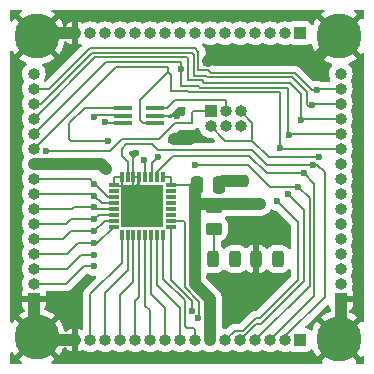
<source format=gbr>
%TF.GenerationSoftware,KiCad,Pcbnew,7.0.11-7.0.11~ubuntu20.04.1*%
%TF.CreationDate,2024-05-21T12:12:53+01:00*%
%TF.ProjectId,crosspoint-switches,63726f73-7370-46f6-996e-742d73776974,rev?*%
%TF.SameCoordinates,Original*%
%TF.FileFunction,Copper,L1,Top*%
%TF.FilePolarity,Positive*%
%FSLAX46Y46*%
G04 Gerber Fmt 4.6, Leading zero omitted, Abs format (unit mm)*
G04 Created by KiCad (PCBNEW 7.0.11-7.0.11~ubuntu20.04.1) date 2024-05-21 12:12:53*
%MOMM*%
%LPD*%
G01*
G04 APERTURE LIST*
G04 Aperture macros list*
%AMRoundRect*
0 Rectangle with rounded corners*
0 $1 Rounding radius*
0 $2 $3 $4 $5 $6 $7 $8 $9 X,Y pos of 4 corners*
0 Add a 4 corners polygon primitive as box body*
4,1,4,$2,$3,$4,$5,$6,$7,$8,$9,$2,$3,0*
0 Add four circle primitives for the rounded corners*
1,1,$1+$1,$2,$3*
1,1,$1+$1,$4,$5*
1,1,$1+$1,$6,$7*
1,1,$1+$1,$8,$9*
0 Add four rect primitives between the rounded corners*
20,1,$1+$1,$2,$3,$4,$5,0*
20,1,$1+$1,$4,$5,$6,$7,0*
20,1,$1+$1,$6,$7,$8,$9,0*
20,1,$1+$1,$8,$9,$2,$3,0*%
G04 Aperture macros list end*
%TA.AperFunction,ComponentPad*%
%ADD10R,1.000000X1.000000*%
%TD*%
%TA.AperFunction,ComponentPad*%
%ADD11O,1.000000X1.000000*%
%TD*%
%TA.AperFunction,SMDPad,CuDef*%
%ADD12RoundRect,0.007800X-0.412200X-0.122200X0.412200X-0.122200X0.412200X0.122200X-0.412200X0.122200X0*%
%TD*%
%TA.AperFunction,SMDPad,CuDef*%
%ADD13RoundRect,0.007800X0.122200X-0.412200X0.122200X0.412200X-0.122200X0.412200X-0.122200X-0.412200X0*%
%TD*%
%TA.AperFunction,SMDPad,CuDef*%
%ADD14R,3.600000X3.600000*%
%TD*%
%TA.AperFunction,ComponentPad*%
%ADD15C,3.800000*%
%TD*%
%TA.AperFunction,SMDPad,CuDef*%
%ADD16RoundRect,0.250000X-0.250000X-0.475000X0.250000X-0.475000X0.250000X0.475000X-0.250000X0.475000X0*%
%TD*%
%TA.AperFunction,SMDPad,CuDef*%
%ADD17RoundRect,0.250000X0.475000X-0.250000X0.475000X0.250000X-0.475000X0.250000X-0.475000X-0.250000X0*%
%TD*%
%TA.AperFunction,SMDPad,CuDef*%
%ADD18RoundRect,0.243750X0.243750X0.456250X-0.243750X0.456250X-0.243750X-0.456250X0.243750X-0.456250X0*%
%TD*%
%TA.AperFunction,SMDPad,CuDef*%
%ADD19RoundRect,0.100000X0.650000X0.100000X-0.650000X0.100000X-0.650000X-0.100000X0.650000X-0.100000X0*%
%TD*%
%TA.AperFunction,SMDPad,CuDef*%
%ADD20RoundRect,0.250000X0.450000X-0.262500X0.450000X0.262500X-0.450000X0.262500X-0.450000X-0.262500X0*%
%TD*%
%TA.AperFunction,SMDPad,CuDef*%
%ADD21RoundRect,0.243750X-0.243750X-0.456250X0.243750X-0.456250X0.243750X0.456250X-0.243750X0.456250X0*%
%TD*%
%TA.AperFunction,ViaPad*%
%ADD22C,0.600000*%
%TD*%
%TA.AperFunction,Conductor*%
%ADD23C,1.000000*%
%TD*%
%TA.AperFunction,Conductor*%
%ADD24C,0.200000*%
%TD*%
G04 APERTURE END LIST*
D10*
%TO.P,J4,1,Pin_1*%
%TO.N,unconnected-(J4-Pin_1-Pad1)*%
X76550000Y-83500000D03*
D11*
%TO.P,J4,2,Pin_2*%
%TO.N,CROSS-RST*%
X75280000Y-83500000D03*
%TO.P,J4,3,Pin_3*%
%TO.N,SDA*%
X74010000Y-83500000D03*
%TO.P,J4,4,Pin_4*%
%TO.N,SCL*%
X72740000Y-83500000D03*
%TO.P,J4,5,Pin_5*%
%TO.N,SHIFT-RST*%
X71470000Y-83500000D03*
%TO.P,J4,6,Pin_6*%
%TO.N,SHIFT-CLK*%
X70200000Y-83500000D03*
%TO.P,J4,7,Pin_7*%
%TO.N,+5V*%
X68930000Y-83500000D03*
%TO.P,J4,8,Pin_8*%
%TO.N,Y7*%
X67660000Y-83500000D03*
%TO.P,J4,9,Pin_9*%
%TO.N,Y6*%
X66390000Y-83500000D03*
%TO.P,J4,10,Pin_10*%
%TO.N,Y5*%
X65120000Y-83500000D03*
%TO.P,J4,11,Pin_11*%
%TO.N,Y4*%
X63850000Y-83500000D03*
%TO.P,J4,12,Pin_12*%
%TO.N,Y3*%
X62580000Y-83500000D03*
%TO.P,J4,13,Pin_13*%
%TO.N,Y2*%
X61310000Y-83500000D03*
%TO.P,J4,14,Pin_14*%
%TO.N,Y1*%
X60040000Y-83500000D03*
%TO.P,J4,15,Pin_15*%
%TO.N,Y0*%
X58770000Y-83500000D03*
%TO.P,J4,16,Pin_16*%
%TO.N,GND*%
X57500000Y-83500000D03*
%TD*%
D12*
%TO.P,U1,1,Vss*%
%TO.N,GND*%
X60755000Y-70375000D03*
%TO.P,U1,2*%
%TO.N,N/C*%
X60755000Y-70875000D03*
%TO.P,U1,3,X0*%
%TO.N,X0*%
X60755000Y-71375000D03*
%TO.P,U1,4,X1*%
%TO.N,X1*%
X60755000Y-71875000D03*
%TO.P,U1,5,X2*%
%TO.N,X2*%
X60755000Y-72375000D03*
%TO.P,U1,6,X3*%
%TO.N,X3*%
X60755000Y-72875000D03*
%TO.P,U1,7,X4*%
%TO.N,X4*%
X60755000Y-73375000D03*
%TO.P,U1,8,X5*%
%TO.N,X5*%
X60755000Y-73875000D03*
D13*
%TO.P,U1,9,Y0*%
%TO.N,Y0*%
X61440000Y-74560000D03*
%TO.P,U1,10,Y1*%
%TO.N,Y1*%
X61940000Y-74560000D03*
%TO.P,U1,11,Y2*%
%TO.N,Y2*%
X62440000Y-74560000D03*
%TO.P,U1,12,Y3*%
%TO.N,Y3*%
X62940000Y-74560000D03*
%TO.P,U1,13,Y4*%
%TO.N,Y4*%
X63440000Y-74560000D03*
%TO.P,U1,14,Y5*%
%TO.N,Y5*%
X63940000Y-74560000D03*
%TO.P,U1,15,Y6*%
%TO.N,Y6*%
X64440000Y-74560000D03*
%TO.P,U1,16,Y7*%
%TO.N,Y7*%
X64940000Y-74560000D03*
D12*
%TO.P,U1,17,X6*%
%TO.N,X6*%
X65625000Y-73875000D03*
%TO.P,U1,18,X7*%
%TO.N,X7*%
X65625000Y-73375000D03*
%TO.P,U1,19*%
%TO.N,N/C*%
X65625000Y-72875000D03*
%TO.P,U1,20*%
X65625000Y-72375000D03*
%TO.P,U1,21*%
X65625000Y-71875000D03*
%TO.P,U1,22*%
X65625000Y-71375000D03*
%TO.P,U1,23*%
X65625000Y-70875000D03*
%TO.P,U1,24,Vdd*%
%TO.N,+5V*%
X65625000Y-70375000D03*
D13*
%TO.P,U1,25,VL*%
X64940000Y-69690000D03*
%TO.P,U1,26,SDA*%
%TO.N,SDA*%
X64440000Y-69690000D03*
%TO.P,U1,27,SCL*%
%TO.N,SCL*%
X63940000Y-69690000D03*
%TO.P,U1,28,A0*%
%TO.N,Net-(J6-Pin_4)*%
X63440000Y-69690000D03*
%TO.P,U1,29,A1*%
%TO.N,GND*%
X62940000Y-69690000D03*
%TO.P,U1,30,A2*%
X62440000Y-69690000D03*
%TO.P,U1,31,RST*%
%TO.N,CROSS-RST*%
X61940000Y-69690000D03*
%TO.P,U1,32,GND*%
%TO.N,GND*%
X61440000Y-69690000D03*
D14*
%TO.P,U1,33,EPAD*%
X63190000Y-72125000D03*
%TD*%
D15*
%TO.P,H4,1,1*%
%TO.N,GND*%
X54250000Y-83250000D03*
%TD*%
D16*
%TO.P,C2,1*%
%TO.N,+5V*%
X67800000Y-70375000D03*
%TO.P,C2,2*%
%TO.N,GND*%
X69700000Y-70375000D03*
%TD*%
D15*
%TO.P,H3,1,1*%
%TO.N,GND*%
X79875000Y-83375000D03*
%TD*%
D10*
%TO.P,J3,1,Pin_1*%
%TO.N,GND*%
X80000000Y-80000000D03*
D11*
%TO.P,J3,2,Pin_2*%
%TO.N,X7*%
X80000000Y-78730000D03*
%TO.P,J3,3,Pin_3*%
%TO.N,X6*%
X80000000Y-77460000D03*
%TO.P,J3,4,Pin_4*%
%TO.N,X5*%
X80000000Y-76190000D03*
%TO.P,J3,5,Pin_5*%
%TO.N,X4*%
X80000000Y-74920000D03*
%TO.P,J3,6,Pin_6*%
%TO.N,X3*%
X80000000Y-73650000D03*
%TO.P,J3,7,Pin_7*%
%TO.N,X2*%
X80000000Y-72380000D03*
%TO.P,J3,8,Pin_8*%
%TO.N,X1*%
X80000000Y-71110000D03*
%TO.P,J3,9,Pin_9*%
%TO.N,X0*%
X80000000Y-69840000D03*
%TO.P,J3,10,Pin_10*%
%TO.N,+5V*%
X80000000Y-68570000D03*
%TO.P,J3,11,Pin_11*%
%TO.N,SHIFT-CLK*%
X80000000Y-67300000D03*
%TO.P,J3,12,Pin_12*%
%TO.N,SHIFT-RST*%
X80000000Y-66030000D03*
%TO.P,J3,13,Pin_13*%
%TO.N,SCL*%
X80000000Y-64760000D03*
%TO.P,J3,14,Pin_14*%
%TO.N,SDA*%
X80000000Y-63490000D03*
%TO.P,J3,15,Pin_15*%
%TO.N,CROSS-RST*%
X80000000Y-62220000D03*
%TO.P,J3,16,Pin_16*%
%TO.N,QLDR*%
X80000000Y-60950000D03*
%TD*%
D17*
%TO.P,C1,1*%
%TO.N,+5V*%
X71500000Y-71950000D03*
%TO.P,C1,2*%
%TO.N,GND*%
X71500000Y-70050000D03*
%TD*%
D18*
%TO.P,D1,1,K*%
%TO.N,Net-(D1-K)*%
X71062500Y-76625000D03*
%TO.P,D1,2,A*%
%TO.N,Net-(D1-A)*%
X69187500Y-76625000D03*
%TD*%
D15*
%TO.P,H1,1,1*%
%TO.N,GND*%
X79875000Y-57750000D03*
%TD*%
D19*
%TO.P,U2,1,C*%
%TO.N,SHIFT-CLK*%
X64250000Y-65125000D03*
%TO.P,U2,2,GND*%
%TO.N,GND*%
X64250000Y-64475000D03*
%TO.P,U2,3,D*%
%TO.N,Net-(J6-Pin_3)*%
X64250000Y-63825000D03*
%TO.P,U2,4,Q*%
%TO.N,Net-(J6-Pin_4)*%
X61590000Y-63825000D03*
%TO.P,U2,5,VCC*%
%TO.N,+5V*%
X61590000Y-64475000D03*
%TO.P,U2,6,~{CLR}*%
%TO.N,SHIFT-RST*%
X61590000Y-65125000D03*
%TD*%
D10*
%TO.P,J5,1,Pin_1*%
%TO.N,unconnected-(J5-Pin_1-Pad1)*%
X76550000Y-57500000D03*
D11*
%TO.P,J5,2,Pin_2*%
%TO.N,CROSS-RST*%
X75280000Y-57500000D03*
%TO.P,J5,3,Pin_3*%
%TO.N,SDA*%
X74010000Y-57500000D03*
%TO.P,J5,4,Pin_4*%
%TO.N,SCL*%
X72740000Y-57500000D03*
%TO.P,J5,5,Pin_5*%
%TO.N,SHIFT-RST*%
X71470000Y-57500000D03*
%TO.P,J5,6,Pin_6*%
%TO.N,SHIFT-CLK*%
X70200000Y-57500000D03*
%TO.P,J5,7,Pin_7*%
%TO.N,+5V*%
X68930000Y-57500000D03*
%TO.P,J5,8,Pin_8*%
%TO.N,Y7*%
X67660000Y-57500000D03*
%TO.P,J5,9,Pin_9*%
%TO.N,Y6*%
X66390000Y-57500000D03*
%TO.P,J5,10,Pin_10*%
%TO.N,Y5*%
X65120000Y-57500000D03*
%TO.P,J5,11,Pin_11*%
%TO.N,Y4*%
X63850000Y-57500000D03*
%TO.P,J5,12,Pin_12*%
%TO.N,Y3*%
X62580000Y-57500000D03*
%TO.P,J5,13,Pin_13*%
%TO.N,Y2*%
X61310000Y-57500000D03*
%TO.P,J5,14,Pin_14*%
%TO.N,Y1*%
X60040000Y-57500000D03*
%TO.P,J5,15,Pin_15*%
%TO.N,Y0*%
X58770000Y-57500000D03*
%TO.P,J5,16,Pin_16*%
%TO.N,GND*%
X57500000Y-57500000D03*
%TD*%
D10*
%TO.P,J6,1,Pin_1*%
%TO.N,DLQR*%
X69000000Y-64125000D03*
D11*
%TO.P,J6,2,Pin_2*%
%TO.N,QLDR*%
X69000000Y-65395000D03*
%TO.P,J6,3,Pin_3*%
%TO.N,Net-(J6-Pin_3)*%
X70270000Y-64125000D03*
%TO.P,J6,4,Pin_4*%
%TO.N,Net-(J6-Pin_4)*%
X70270000Y-65395000D03*
%TO.P,J6,5,Pin_5*%
%TO.N,QLDR*%
X71540000Y-64125000D03*
%TO.P,J6,6,Pin_6*%
%TO.N,DLQR*%
X71540000Y-65395000D03*
%TD*%
D15*
%TO.P,H2,1,1*%
%TO.N,GND*%
X54250000Y-57750000D03*
%TD*%
D20*
%TO.P,R1,1*%
%TO.N,Net-(D1-A)*%
X69250000Y-74037500D03*
%TO.P,R1,2*%
%TO.N,+5V*%
X69250000Y-72212500D03*
%TD*%
D21*
%TO.P,D4,1,K*%
%TO.N,GND*%
X72812500Y-76625000D03*
%TO.P,D4,2,A*%
%TO.N,Net-(D3-K)*%
X74687500Y-76625000D03*
%TD*%
D10*
%TO.P,J2,1,Pin_1*%
%TO.N,GND*%
X54000000Y-80000000D03*
D11*
%TO.P,J2,2,Pin_2*%
%TO.N,X7*%
X54000000Y-78730000D03*
%TO.P,J2,3,Pin_3*%
%TO.N,X6*%
X54000000Y-77460000D03*
%TO.P,J2,4,Pin_4*%
%TO.N,X5*%
X54000000Y-76190000D03*
%TO.P,J2,5,Pin_5*%
%TO.N,X4*%
X54000000Y-74920000D03*
%TO.P,J2,6,Pin_6*%
%TO.N,X3*%
X54000000Y-73650000D03*
%TO.P,J2,7,Pin_7*%
%TO.N,X2*%
X54000000Y-72380000D03*
%TO.P,J2,8,Pin_8*%
%TO.N,X1*%
X54000000Y-71110000D03*
%TO.P,J2,9,Pin_9*%
%TO.N,X0*%
X54000000Y-69840000D03*
%TO.P,J2,10,Pin_10*%
%TO.N,+5V*%
X54000000Y-68570000D03*
%TO.P,J2,11,Pin_11*%
%TO.N,SHIFT-CLK*%
X54000000Y-67300000D03*
%TO.P,J2,12,Pin_12*%
%TO.N,SHIFT-RST*%
X54000000Y-66030000D03*
%TO.P,J2,13,Pin_13*%
%TO.N,SCL*%
X54000000Y-64760000D03*
%TO.P,J2,14,Pin_14*%
%TO.N,SDA*%
X54000000Y-63490000D03*
%TO.P,J2,15,Pin_15*%
%TO.N,CROSS-RST*%
X54000000Y-62220000D03*
%TO.P,J2,16,Pin_16*%
%TO.N,DLQR*%
X54000000Y-60950000D03*
%TD*%
D22*
%TO.N,+5V*%
X59125000Y-64625000D03*
X67625000Y-72000000D03*
X73125000Y-72000000D03*
X60125000Y-69000000D03*
%TO.N,GND*%
X65875000Y-66500000D03*
X66125000Y-64500000D03*
X69625000Y-70375000D03*
X67250000Y-66500000D03*
X72125000Y-78225000D03*
X62625000Y-67625000D03*
X68625000Y-60000000D03*
%TO.N,DLQR*%
X55025000Y-67500000D03*
%TO.N,QLDR*%
X78125000Y-68020000D03*
%TO.N,CROSS-RST*%
X78000000Y-62340000D03*
X77625000Y-68625000D03*
%TO.N,SDA*%
X76875000Y-69375000D03*
X77525000Y-63610000D03*
%TO.N,SCL*%
X76375000Y-70500000D03*
X76630000Y-64880000D03*
X64500000Y-68000000D03*
X67625000Y-68625000D03*
%TO.N,SHIFT-RST*%
X66500000Y-60500000D03*
X60000000Y-65000000D03*
X75500000Y-71125000D03*
X75650000Y-66150000D03*
%TO.N,SHIFT-CLK*%
X74875000Y-67250000D03*
X74625000Y-71750000D03*
%TO.N,X7*%
X67875000Y-81625000D03*
X59125000Y-77250000D03*
%TO.N,X6*%
X67375000Y-81000000D03*
X59145000Y-76250000D03*
%TO.N,X5*%
X59145000Y-75250000D03*
%TO.N,X4*%
X59145000Y-74250000D03*
%TO.N,X3*%
X59145000Y-73250000D03*
%TO.N,X2*%
X59145000Y-72250000D03*
%TO.N,X1*%
X59145000Y-71250000D03*
%TO.N,X0*%
X59145000Y-70250000D03*
%TO.N,Net-(J6-Pin_4)*%
X60250000Y-66625000D03*
X63375000Y-68250000D03*
%TO.N,Net-(D1-K)*%
X71062500Y-76625000D03*
%TO.N,Net-(D3-K)*%
X74687500Y-76625000D03*
%TD*%
D23*
%TO.N,+5V*%
X67625000Y-78697258D02*
X68930000Y-80002258D01*
D24*
X61515000Y-64400000D02*
X59350000Y-64400000D01*
D23*
X67625000Y-72000000D02*
X67625000Y-78697258D01*
D24*
X65565000Y-69690000D02*
X65625000Y-69750000D01*
D23*
X68930000Y-80002258D02*
X68930000Y-83500000D01*
D24*
X61590000Y-64475000D02*
X61515000Y-64400000D01*
D23*
X67625000Y-72000000D02*
X67625000Y-70550000D01*
D24*
X65625000Y-69750000D02*
X65625000Y-70375000D01*
D23*
X59695000Y-68570000D02*
X60125000Y-69000000D01*
D24*
X64940000Y-69690000D02*
X65565000Y-69690000D01*
D23*
X54000000Y-68570000D02*
X59695000Y-68570000D01*
X67625000Y-70550000D02*
X67800000Y-70375000D01*
D24*
X59350000Y-64400000D02*
X59125000Y-64625000D01*
D23*
X67625000Y-72000000D02*
X73125000Y-72000000D01*
D24*
X65625000Y-70375000D02*
X67800000Y-70375000D01*
%TO.N,GND*%
X72812500Y-76625000D02*
X72812500Y-77562500D01*
X61440000Y-69690000D02*
X60810000Y-69690000D01*
D23*
X54375000Y-57500000D02*
X54250000Y-57625000D01*
D24*
X69825000Y-70500000D02*
X69700000Y-70375000D01*
X62940000Y-71875000D02*
X63190000Y-72125000D01*
X62625000Y-67625000D02*
X62440000Y-67810000D01*
X62440000Y-67810000D02*
X62440000Y-69690000D01*
D23*
X78000000Y-59625000D02*
X69000000Y-59625000D01*
D24*
X60790000Y-70410000D02*
X61475000Y-70410000D01*
X64275000Y-64500000D02*
X64250000Y-64475000D01*
X61440000Y-69690000D02*
X61440000Y-70375000D01*
X60810000Y-69690000D02*
X60755000Y-69745000D01*
X61475000Y-70410000D02*
X63190000Y-72125000D01*
X61440000Y-70375000D02*
X63190000Y-72125000D01*
X66125000Y-64500000D02*
X64275000Y-64500000D01*
D23*
X57500000Y-57500000D02*
X54375000Y-57500000D01*
D24*
X72812500Y-77562500D02*
X72125000Y-78250000D01*
X62940000Y-69690000D02*
X62940000Y-70125000D01*
D23*
X54000000Y-83000000D02*
X54250000Y-83250000D01*
D24*
X62940000Y-70125000D02*
X62940000Y-71875000D01*
X62440000Y-69690000D02*
X62940000Y-69690000D01*
X72125000Y-78250000D02*
X72125000Y-78225000D01*
D23*
X71500000Y-70050000D02*
X70025000Y-70050000D01*
X57500000Y-83500000D02*
X54500000Y-83500000D01*
D24*
X62655000Y-70410000D02*
X62940000Y-70125000D01*
D23*
X80000000Y-83250000D02*
X79875000Y-83375000D01*
D24*
X60790000Y-70410000D02*
X62655000Y-70410000D01*
D23*
X69000000Y-59625000D02*
X68750000Y-59875000D01*
X54000000Y-80000000D02*
X54000000Y-83000000D01*
D24*
X62440000Y-69690000D02*
X62440000Y-71375000D01*
D23*
X70025000Y-70050000D02*
X69700000Y-70375000D01*
D24*
X62440000Y-71375000D02*
X63190000Y-72125000D01*
D23*
X80000000Y-80120000D02*
X80000000Y-83250000D01*
D24*
X60755000Y-69745000D02*
X60755000Y-70375000D01*
D23*
X79875000Y-57750000D02*
X78000000Y-59625000D01*
X54500000Y-83500000D02*
X54250000Y-83250000D01*
X65875000Y-66500000D02*
X67250000Y-66500000D01*
D24*
X60755000Y-70375000D02*
X60790000Y-70410000D01*
%TO.N,DLQR*%
X66000000Y-65125000D02*
X64625000Y-66500000D01*
X67375000Y-65125000D02*
X66000000Y-65125000D01*
X67500000Y-64125000D02*
X67375000Y-64250000D01*
X67375000Y-64250000D02*
X67375000Y-65125000D01*
X64625000Y-66500000D02*
X61500000Y-66500000D01*
X60500000Y-67500000D02*
X55025000Y-67500000D01*
X69000000Y-64125000D02*
X67500000Y-64125000D01*
X61500000Y-66500000D02*
X60500000Y-67500000D01*
%TO.N,QLDR*%
X72500000Y-65085000D02*
X71540000Y-64125000D01*
X72500000Y-66625000D02*
X70230000Y-66625000D01*
X70230000Y-66625000D02*
X69000000Y-65395000D01*
X72500000Y-66625000D02*
X72500000Y-65085000D01*
X73895000Y-68020000D02*
X72500000Y-66625000D01*
X78125000Y-68020000D02*
X73895000Y-68020000D01*
%TO.N,CROSS-RST*%
X78625000Y-79825000D02*
X75280000Y-83170000D01*
X67950000Y-60625000D02*
X67950000Y-59075000D01*
X78625000Y-69250000D02*
X78625000Y-79825000D01*
X72500000Y-67375000D02*
X73750000Y-68625000D01*
X61437500Y-67312500D02*
X61850000Y-66900000D01*
X67950000Y-59075000D02*
X67625000Y-58750000D01*
X78000000Y-62340000D02*
X77590000Y-62340000D01*
X75280000Y-83170000D02*
X75280000Y-83500000D01*
X64500000Y-67375000D02*
X72500000Y-67375000D01*
X67625000Y-58750000D02*
X58750000Y-58750000D01*
X80000000Y-62220000D02*
X78120000Y-62220000D01*
X61850000Y-66900000D02*
X64025000Y-66900000D01*
X61940000Y-68440000D02*
X61437500Y-67937500D01*
X55280000Y-62220000D02*
X54000000Y-62220000D01*
X61437500Y-67937500D02*
X61437500Y-67312500D01*
X77590000Y-62340000D02*
X76100000Y-60850000D01*
X73750000Y-68625000D02*
X78000000Y-68625000D01*
X64025000Y-66900000D02*
X64500000Y-67375000D01*
X76100000Y-60850000D02*
X68975000Y-60850000D01*
X78120000Y-62220000D02*
X78000000Y-62340000D01*
X61940000Y-69690000D02*
X61940000Y-68440000D01*
X68750000Y-60625000D02*
X67950000Y-60625000D01*
X68975000Y-60850000D02*
X68750000Y-60625000D01*
X58750000Y-58750000D02*
X55280000Y-62220000D01*
X78000000Y-68625000D02*
X78625000Y-69250000D01*
%TO.N,SDA*%
X77750000Y-70250000D02*
X77750000Y-70750000D01*
X77750000Y-70750000D02*
X77750000Y-79760000D01*
X80000000Y-63490000D02*
X77645000Y-63490000D01*
X77750000Y-70375000D02*
X77750000Y-70750000D01*
X65785088Y-67875000D02*
X64440000Y-69220088D01*
X58915686Y-59150000D02*
X67375000Y-59150000D01*
X68600000Y-61100000D02*
X68750000Y-61250000D01*
X64440000Y-69220088D02*
X64440000Y-69690000D01*
X54575686Y-63490000D02*
X58915686Y-59150000D01*
X77645000Y-63490000D02*
X77525000Y-63610000D01*
X74010000Y-83500000D02*
X77750000Y-79760000D01*
X72250000Y-67875000D02*
X65785088Y-67875000D01*
X77100000Y-63475000D02*
X77250000Y-63625000D01*
X76875000Y-69375000D02*
X77750000Y-70250000D01*
X67375000Y-59150000D02*
X67550000Y-59325000D01*
X68750000Y-61250000D02*
X75850000Y-61250000D01*
X73750000Y-69375000D02*
X72250000Y-67875000D01*
X75850000Y-61250000D02*
X77100000Y-62500000D01*
X54000000Y-63490000D02*
X54575686Y-63490000D01*
X67550000Y-61050000D02*
X67600000Y-61100000D01*
X76875000Y-69375000D02*
X73750000Y-69375000D01*
X77250000Y-63625000D02*
X77265000Y-63610000D01*
X67550000Y-59325000D02*
X67550000Y-61050000D01*
X67600000Y-61100000D02*
X68600000Y-61100000D01*
X77100000Y-62500000D02*
X77100000Y-63475000D01*
%TO.N,SCL*%
X76375000Y-70500000D02*
X77350000Y-71475000D01*
X64010000Y-69620000D02*
X64010000Y-68490000D01*
X68250000Y-61500000D02*
X68450000Y-61700000D01*
X74000000Y-70500000D02*
X72125000Y-68625000D01*
X80000000Y-64760000D02*
X76750000Y-64760000D01*
X67100000Y-59650000D02*
X67100000Y-61475000D01*
X76750000Y-64760000D02*
X76630000Y-64880000D01*
X54000000Y-64760000D02*
X59210000Y-59550000D01*
X72125000Y-68625000D02*
X67625000Y-68625000D01*
X76625000Y-64875000D02*
X76630000Y-64880000D01*
X77350000Y-71475000D02*
X77350000Y-78890000D01*
X64010000Y-68490000D02*
X64500000Y-68000000D01*
X67125000Y-61500000D02*
X68250000Y-61500000D01*
X67100000Y-61475000D02*
X67125000Y-61500000D01*
X72740000Y-83500000D02*
X77350000Y-78890000D01*
X67000000Y-59550000D02*
X67100000Y-59650000D01*
X68450000Y-61700000D02*
X75700000Y-61700000D01*
X76625000Y-62625000D02*
X76625000Y-64875000D01*
X59210000Y-59550000D02*
X67000000Y-59550000D01*
X63940000Y-69690000D02*
X64010000Y-69620000D01*
X75700000Y-61700000D02*
X76625000Y-62625000D01*
X76375000Y-70500000D02*
X74000000Y-70500000D01*
%TO.N,SHIFT-RST*%
X75770000Y-66030000D02*
X75650000Y-66150000D01*
X66500000Y-61975000D02*
X67975000Y-61975000D01*
X75475000Y-62100000D02*
X75500000Y-62125000D01*
X73250000Y-82125000D02*
X76875000Y-78500000D01*
X66500000Y-60500000D02*
X66500000Y-61975000D01*
X71470000Y-83500000D02*
X72845000Y-82125000D01*
X76875000Y-72500000D02*
X76875000Y-78500000D01*
X68100000Y-62100000D02*
X75475000Y-62100000D01*
X80000000Y-66030000D02*
X75770000Y-66030000D01*
X60125000Y-65125000D02*
X60000000Y-65000000D01*
X61590000Y-65125000D02*
X60125000Y-65125000D01*
X67975000Y-61975000D02*
X68100000Y-62100000D01*
X75500000Y-71125000D02*
X76875000Y-72500000D01*
X66500000Y-60500000D02*
X66500000Y-59950000D01*
X75500000Y-66000000D02*
X75500000Y-62125000D01*
X72845000Y-82125000D02*
X73250000Y-82125000D01*
X60080000Y-59950000D02*
X54000000Y-66030000D01*
X75650000Y-66150000D02*
X75500000Y-66000000D01*
X66500000Y-59950000D02*
X60080000Y-59950000D01*
%TO.N,SHIFT-CLK*%
X74875000Y-62500000D02*
X74875000Y-67250000D01*
X74625000Y-71750000D02*
X76375000Y-73500000D01*
X80000000Y-67300000D02*
X74925000Y-67300000D01*
X67000000Y-62375000D02*
X67125000Y-62500000D01*
X54000000Y-67300000D02*
X60950000Y-60350000D01*
X65375000Y-60350000D02*
X65375000Y-60750000D01*
X64250000Y-65125000D02*
X63250000Y-65125000D01*
X72779314Y-81625000D02*
X71702157Y-82702157D01*
X76375000Y-78375000D02*
X73125000Y-81625000D01*
X74925000Y-67300000D02*
X74875000Y-67250000D01*
X67125000Y-62500000D02*
X74875000Y-62500000D01*
X63000000Y-64875000D02*
X63000000Y-63125000D01*
X63000000Y-63125000D02*
X65375000Y-60750000D01*
X63250000Y-65125000D02*
X63000000Y-64875000D01*
X65375000Y-60750000D02*
X65625000Y-61000000D01*
X65625000Y-61000000D02*
X65625000Y-62375000D01*
X71000000Y-82700000D02*
X70200000Y-83500000D01*
X73125000Y-81625000D02*
X72779314Y-81625000D01*
X76375000Y-73500000D02*
X76375000Y-78375000D01*
X71700000Y-82700000D02*
X71000000Y-82700000D01*
X60950000Y-60350000D02*
X65375000Y-60350000D01*
X65625000Y-62375000D02*
X67000000Y-62375000D01*
X71702157Y-82702157D02*
X71700000Y-82700000D01*
X75045000Y-67420000D02*
X74875000Y-67250000D01*
%TO.N,X7*%
X66625000Y-73375000D02*
X66775000Y-73525000D01*
X68032843Y-80236471D02*
X68032843Y-81467157D01*
X54000000Y-78730000D02*
X56770000Y-78730000D01*
X65625000Y-73375000D02*
X66625000Y-73375000D01*
X56770000Y-78730000D02*
X58250000Y-77250000D01*
X66775000Y-73525000D02*
X66775000Y-78978628D01*
X66775000Y-78978628D02*
X68032843Y-80236471D01*
X58250000Y-77250000D02*
X59125000Y-77250000D01*
X68032843Y-81467157D02*
X67875000Y-81625000D01*
%TO.N,X6*%
X58000000Y-76250000D02*
X59145000Y-76250000D01*
X67375000Y-80144314D02*
X67375000Y-81000000D01*
X65625000Y-73875000D02*
X65625000Y-78394314D01*
X54000000Y-77460000D02*
X56790000Y-77460000D01*
X65625000Y-78394314D02*
X67375000Y-80144314D01*
X56790000Y-77460000D02*
X58000000Y-76250000D01*
%TO.N,X5*%
X57750000Y-75250000D02*
X59145000Y-75250000D01*
X60755000Y-73875000D02*
X59380000Y-75250000D01*
X54000000Y-76190000D02*
X56810000Y-76190000D01*
X56810000Y-76190000D02*
X57750000Y-75250000D01*
X59380000Y-75250000D02*
X59145000Y-75250000D01*
%TO.N,X4*%
X54000000Y-74920000D02*
X56455000Y-74920000D01*
X60755000Y-73375000D02*
X60020000Y-73375000D01*
X57125000Y-74250000D02*
X59145000Y-74250000D01*
X60020000Y-73375000D02*
X59145000Y-74250000D01*
X56455000Y-74920000D02*
X57125000Y-74250000D01*
%TO.N,X3*%
X59145000Y-73250000D02*
X57125000Y-73250000D01*
X57125000Y-73250000D02*
X56725000Y-73650000D01*
X59520000Y-72875000D02*
X59145000Y-73250000D01*
X56725000Y-73650000D02*
X54000000Y-73650000D01*
X60755000Y-72875000D02*
X59520000Y-72875000D01*
%TO.N,X2*%
X57375000Y-72250000D02*
X59145000Y-72250000D01*
X59270000Y-72375000D02*
X59145000Y-72250000D01*
X60755000Y-72375000D02*
X59270000Y-72375000D01*
X54000000Y-72380000D02*
X57245000Y-72380000D01*
X57245000Y-72380000D02*
X57375000Y-72250000D01*
%TO.N,X1*%
X59005000Y-71110000D02*
X59145000Y-71250000D01*
X54000000Y-71110000D02*
X59005000Y-71110000D01*
X54000000Y-71110000D02*
X54000000Y-71000000D01*
X59770000Y-71875000D02*
X60755000Y-71875000D01*
X59145000Y-71250000D02*
X59770000Y-71875000D01*
%TO.N,X0*%
X59145000Y-70250000D02*
X59160088Y-70250000D01*
X59160088Y-70250000D02*
X60285088Y-71375000D01*
X58735000Y-69840000D02*
X59145000Y-70250000D01*
X60285088Y-71375000D02*
X60755000Y-71375000D01*
X54000000Y-69840000D02*
X58735000Y-69840000D01*
%TO.N,Y7*%
X64940000Y-78275000D02*
X66790000Y-80125000D01*
X67660000Y-82625000D02*
X67535000Y-82500000D01*
X64940000Y-74560000D02*
X64940000Y-78275000D01*
X67000000Y-82500000D02*
X66790000Y-82290000D01*
X67660000Y-83500000D02*
X67660000Y-82625000D01*
X66790000Y-82290000D02*
X66790000Y-80125000D01*
X67535000Y-82500000D02*
X67000000Y-82500000D01*
%TO.N,Y6*%
X66390000Y-80750000D02*
X66390000Y-83500000D01*
X64440000Y-78800000D02*
X66390000Y-80750000D01*
X64440000Y-74560000D02*
X64440000Y-78800000D01*
%TO.N,Y5*%
X65120000Y-80745000D02*
X65120000Y-83500000D01*
X63940000Y-74560000D02*
X63940000Y-79565000D01*
X63940000Y-79565000D02*
X65120000Y-80745000D01*
%TO.N,Y4*%
X63440000Y-80565000D02*
X63850000Y-80975000D01*
X63850000Y-80975000D02*
X63850000Y-83500000D01*
X63440000Y-74560000D02*
X63440000Y-80565000D01*
%TO.N,Y3*%
X62580000Y-80170000D02*
X62580000Y-83500000D01*
X62940000Y-79810000D02*
X62580000Y-80170000D01*
X62940000Y-74560000D02*
X62940000Y-79810000D01*
%TO.N,Y2*%
X62440000Y-78560000D02*
X61310000Y-79690000D01*
X61310000Y-79690000D02*
X61310000Y-83500000D01*
X62440000Y-74560000D02*
X62440000Y-78560000D01*
%TO.N,Y1*%
X61940000Y-77560000D02*
X60000000Y-79500000D01*
X60000000Y-79500000D02*
X60040000Y-79540000D01*
X60040000Y-79540000D02*
X60040000Y-83500000D01*
X61940000Y-74560000D02*
X61940000Y-77560000D01*
%TO.N,Y0*%
X61440000Y-76935000D02*
X58770000Y-79605000D01*
X58770000Y-79605000D02*
X58770000Y-83500000D01*
X61440000Y-74560000D02*
X61440000Y-76935000D01*
%TO.N,Net-(J6-Pin_3)*%
X65300000Y-63825000D02*
X66000000Y-63125000D01*
X70250000Y-63125000D02*
X70270000Y-63145000D01*
X64250000Y-63825000D02*
X65300000Y-63825000D01*
X66000000Y-63125000D02*
X70250000Y-63125000D01*
X70270000Y-63145000D02*
X70270000Y-64125000D01*
%TO.N,Net-(J6-Pin_4)*%
X57000000Y-65125000D02*
X57000000Y-66500000D01*
X63440000Y-69690000D02*
X63440000Y-68315000D01*
X57000000Y-66500000D02*
X57125000Y-66625000D01*
X58300000Y-63825000D02*
X57000000Y-65125000D01*
X57125000Y-66625000D02*
X60250000Y-66625000D01*
X63440000Y-68315000D02*
X63375000Y-68250000D01*
X61590000Y-63825000D02*
X58300000Y-63825000D01*
%TO.N,Net-(D1-A)*%
X69250000Y-76562500D02*
X69187500Y-76625000D01*
X69250000Y-74037500D02*
X69250000Y-76562500D01*
%TD*%
%TA.AperFunction,Conductor*%
%TO.N,GND*%
G36*
X53414894Y-83973624D02*
G01*
X53566932Y-84118592D01*
X53669222Y-84184329D01*
X52736564Y-85116987D01*
X52736565Y-85116989D01*
X52954299Y-85275182D01*
X52996965Y-85330512D01*
X53002944Y-85400125D01*
X52970338Y-85461920D01*
X52909500Y-85496277D01*
X52881414Y-85499500D01*
X52124500Y-85499500D01*
X52057461Y-85479815D01*
X52011706Y-85427011D01*
X52000500Y-85375500D01*
X52000500Y-84611226D01*
X52020185Y-84544187D01*
X52072989Y-84498432D01*
X52142147Y-84488488D01*
X52205703Y-84517513D01*
X52229197Y-84544784D01*
X52304516Y-84663469D01*
X52385311Y-84761133D01*
X53314210Y-83832234D01*
X53414894Y-83973624D01*
G37*
%TD.AperFunction*%
%TA.AperFunction,Conductor*%
G36*
X57750000Y-84469159D02*
G01*
X57884534Y-84428349D01*
X58058259Y-84335492D01*
X58063320Y-84332111D01*
X58064444Y-84333793D01*
X58120203Y-84310086D01*
X58189075Y-84321851D01*
X58206186Y-84332843D01*
X58206399Y-84332526D01*
X58211457Y-84335906D01*
X58211462Y-84335910D01*
X58332956Y-84400850D01*
X58383147Y-84427678D01*
X58385273Y-84428814D01*
X58573868Y-84486024D01*
X58770000Y-84505341D01*
X58966132Y-84486024D01*
X59154727Y-84428814D01*
X59328538Y-84335910D01*
X59328544Y-84335904D01*
X59333607Y-84332523D01*
X59334703Y-84334164D01*
X59390639Y-84310405D01*
X59459507Y-84322194D01*
X59476148Y-84332888D01*
X59476393Y-84332523D01*
X59481458Y-84335907D01*
X59481462Y-84335910D01*
X59617263Y-84408497D01*
X59653147Y-84427678D01*
X59655273Y-84428814D01*
X59843868Y-84486024D01*
X60040000Y-84505341D01*
X60236132Y-84486024D01*
X60424727Y-84428814D01*
X60598538Y-84335910D01*
X60598544Y-84335904D01*
X60603607Y-84332523D01*
X60604703Y-84334164D01*
X60660639Y-84310405D01*
X60729507Y-84322194D01*
X60746148Y-84332888D01*
X60746393Y-84332523D01*
X60751458Y-84335907D01*
X60751462Y-84335910D01*
X60887263Y-84408497D01*
X60923147Y-84427678D01*
X60925273Y-84428814D01*
X61113868Y-84486024D01*
X61310000Y-84505341D01*
X61506132Y-84486024D01*
X61694727Y-84428814D01*
X61868538Y-84335910D01*
X61868544Y-84335904D01*
X61873607Y-84332523D01*
X61874703Y-84334164D01*
X61930639Y-84310405D01*
X61999507Y-84322194D01*
X62016148Y-84332888D01*
X62016393Y-84332523D01*
X62021458Y-84335907D01*
X62021462Y-84335910D01*
X62157263Y-84408497D01*
X62193147Y-84427678D01*
X62195273Y-84428814D01*
X62383868Y-84486024D01*
X62580000Y-84505341D01*
X62776132Y-84486024D01*
X62964727Y-84428814D01*
X63138538Y-84335910D01*
X63138544Y-84335904D01*
X63143607Y-84332523D01*
X63144703Y-84334164D01*
X63200639Y-84310405D01*
X63269507Y-84322194D01*
X63286148Y-84332888D01*
X63286393Y-84332523D01*
X63291458Y-84335907D01*
X63291462Y-84335910D01*
X63427263Y-84408497D01*
X63463147Y-84427678D01*
X63465273Y-84428814D01*
X63653868Y-84486024D01*
X63850000Y-84505341D01*
X64046132Y-84486024D01*
X64234727Y-84428814D01*
X64408538Y-84335910D01*
X64408544Y-84335904D01*
X64413607Y-84332523D01*
X64414703Y-84334164D01*
X64470639Y-84310405D01*
X64539507Y-84322194D01*
X64556148Y-84332888D01*
X64556393Y-84332523D01*
X64561458Y-84335907D01*
X64561462Y-84335910D01*
X64697263Y-84408497D01*
X64733147Y-84427678D01*
X64735273Y-84428814D01*
X64923868Y-84486024D01*
X65120000Y-84505341D01*
X65316132Y-84486024D01*
X65504727Y-84428814D01*
X65678538Y-84335910D01*
X65678544Y-84335904D01*
X65683607Y-84332523D01*
X65684703Y-84334164D01*
X65740639Y-84310405D01*
X65809507Y-84322194D01*
X65826148Y-84332888D01*
X65826393Y-84332523D01*
X65831458Y-84335907D01*
X65831462Y-84335910D01*
X65967263Y-84408497D01*
X66003147Y-84427678D01*
X66005273Y-84428814D01*
X66193868Y-84486024D01*
X66390000Y-84505341D01*
X66586132Y-84486024D01*
X66774727Y-84428814D01*
X66948538Y-84335910D01*
X66948544Y-84335904D01*
X66953607Y-84332523D01*
X66954703Y-84334164D01*
X67010639Y-84310405D01*
X67079507Y-84322194D01*
X67096148Y-84332888D01*
X67096393Y-84332523D01*
X67101458Y-84335907D01*
X67101462Y-84335910D01*
X67237263Y-84408497D01*
X67273147Y-84427678D01*
X67275273Y-84428814D01*
X67463868Y-84486024D01*
X67660000Y-84505341D01*
X67856132Y-84486024D01*
X68044727Y-84428814D01*
X68218538Y-84335910D01*
X68218544Y-84335904D01*
X68223607Y-84332523D01*
X68224706Y-84334169D01*
X68280610Y-84310408D01*
X68349481Y-84322180D01*
X68366153Y-84332892D01*
X68366398Y-84332526D01*
X68371455Y-84335904D01*
X68371462Y-84335910D01*
X68374939Y-84337768D01*
X68392389Y-84349072D01*
X68398042Y-84353448D01*
X68471078Y-84389273D01*
X68471808Y-84389631D01*
X68475654Y-84391601D01*
X68513040Y-84411585D01*
X68545273Y-84428814D01*
X68552477Y-84430999D01*
X68571093Y-84438333D01*
X68580729Y-84443060D01*
X68656850Y-84462769D01*
X68661733Y-84464142D01*
X68716376Y-84480718D01*
X68733868Y-84486024D01*
X68742956Y-84486918D01*
X68744926Y-84487113D01*
X68763854Y-84490474D01*
X68777711Y-84494062D01*
X68777715Y-84494063D01*
X68852679Y-84497864D01*
X68858484Y-84498297D01*
X68930000Y-84505341D01*
X68944630Y-84503899D01*
X68963056Y-84503462D01*
X68980936Y-84504369D01*
X69051596Y-84493543D01*
X69058176Y-84492716D01*
X69126132Y-84486024D01*
X69143632Y-84480714D01*
X69160837Y-84476808D01*
X69182071Y-84473556D01*
X69218578Y-84460035D01*
X69245742Y-84449974D01*
X69252798Y-84447598D01*
X69314727Y-84428814D01*
X69334006Y-84418508D01*
X69349391Y-84411586D01*
X69372887Y-84402886D01*
X69372891Y-84402882D01*
X69372894Y-84402882D01*
X69427488Y-84368853D01*
X69434628Y-84364725D01*
X69455728Y-84353447D01*
X69488538Y-84335910D01*
X69488544Y-84335904D01*
X69493599Y-84332528D01*
X69494697Y-84334172D01*
X69550614Y-84310408D01*
X69619485Y-84322183D01*
X69636155Y-84332891D01*
X69636399Y-84332527D01*
X69641458Y-84335907D01*
X69641462Y-84335910D01*
X69641464Y-84335911D01*
X69641467Y-84335913D01*
X69815266Y-84428811D01*
X69815269Y-84428811D01*
X69815273Y-84428814D01*
X70003868Y-84486024D01*
X70200000Y-84505341D01*
X70396132Y-84486024D01*
X70584727Y-84428814D01*
X70758538Y-84335910D01*
X70758544Y-84335904D01*
X70763607Y-84332523D01*
X70764703Y-84334164D01*
X70820639Y-84310405D01*
X70889507Y-84322194D01*
X70906148Y-84332888D01*
X70906393Y-84332523D01*
X70911458Y-84335907D01*
X70911462Y-84335910D01*
X71047263Y-84408497D01*
X71083147Y-84427678D01*
X71085273Y-84428814D01*
X71273868Y-84486024D01*
X71470000Y-84505341D01*
X71666132Y-84486024D01*
X71854727Y-84428814D01*
X72028538Y-84335910D01*
X72028544Y-84335904D01*
X72033607Y-84332523D01*
X72034703Y-84334164D01*
X72090639Y-84310405D01*
X72159507Y-84322194D01*
X72176148Y-84332888D01*
X72176393Y-84332523D01*
X72181458Y-84335907D01*
X72181462Y-84335910D01*
X72317263Y-84408497D01*
X72353147Y-84427678D01*
X72355273Y-84428814D01*
X72543868Y-84486024D01*
X72740000Y-84505341D01*
X72936132Y-84486024D01*
X73124727Y-84428814D01*
X73298538Y-84335910D01*
X73298544Y-84335904D01*
X73303607Y-84332523D01*
X73304703Y-84334164D01*
X73360639Y-84310405D01*
X73429507Y-84322194D01*
X73446148Y-84332888D01*
X73446393Y-84332523D01*
X73451458Y-84335907D01*
X73451462Y-84335910D01*
X73587263Y-84408497D01*
X73623147Y-84427678D01*
X73625273Y-84428814D01*
X73813868Y-84486024D01*
X74010000Y-84505341D01*
X74206132Y-84486024D01*
X74394727Y-84428814D01*
X74568538Y-84335910D01*
X74568544Y-84335904D01*
X74573607Y-84332523D01*
X74574703Y-84334164D01*
X74630639Y-84310405D01*
X74699507Y-84322194D01*
X74716148Y-84332888D01*
X74716393Y-84332523D01*
X74721458Y-84335907D01*
X74721462Y-84335910D01*
X74857263Y-84408497D01*
X74893147Y-84427678D01*
X74895273Y-84428814D01*
X75083868Y-84486024D01*
X75280000Y-84505341D01*
X75476132Y-84486024D01*
X75664727Y-84428814D01*
X75666853Y-84427677D01*
X75668095Y-84427418D01*
X75670355Y-84426483D01*
X75670532Y-84426911D01*
X75735254Y-84413435D01*
X75799615Y-84437767D01*
X75807669Y-84443796D01*
X75899772Y-84478148D01*
X75942517Y-84494091D01*
X75942516Y-84494091D01*
X75949444Y-84494835D01*
X76002127Y-84500500D01*
X77097872Y-84500499D01*
X77157483Y-84494091D01*
X77292331Y-84443796D01*
X77407546Y-84357546D01*
X77454227Y-84295188D01*
X77510160Y-84253318D01*
X77579852Y-84248334D01*
X77641175Y-84281819D01*
X77665692Y-84316703D01*
X77767709Y-84533500D01*
X77929516Y-84788469D01*
X78010311Y-84886133D01*
X78939210Y-83957234D01*
X79039894Y-84098624D01*
X79191932Y-84243592D01*
X79294222Y-84309329D01*
X78361564Y-85241987D01*
X78361565Y-85241989D01*
X78407251Y-85275182D01*
X78449917Y-85330512D01*
X78455896Y-85400125D01*
X78423290Y-85461920D01*
X78362452Y-85496277D01*
X78334366Y-85499500D01*
X55618586Y-85499500D01*
X55551547Y-85479815D01*
X55505792Y-85427011D01*
X55495848Y-85357853D01*
X55524873Y-85294297D01*
X55545700Y-85275182D01*
X55763433Y-85116987D01*
X55763434Y-85116987D01*
X54833307Y-84186859D01*
X54847410Y-84179589D01*
X55012540Y-84049729D01*
X55150110Y-83890965D01*
X55184665Y-83831112D01*
X56114687Y-84761134D01*
X56195486Y-84663464D01*
X56357292Y-84408497D01*
X56357295Y-84408491D01*
X56485867Y-84135263D01*
X56487031Y-84132324D01*
X56530006Y-84077234D01*
X56595943Y-84054123D01*
X56663907Y-84070328D01*
X56698182Y-84099293D01*
X56789471Y-84210528D01*
X56941739Y-84335491D01*
X57115465Y-84428349D01*
X57250000Y-84469159D01*
X57250000Y-83748938D01*
X57331115Y-83812072D01*
X57441595Y-83850000D01*
X57529005Y-83850000D01*
X57615216Y-83835614D01*
X57717947Y-83780019D01*
X57750000Y-83745200D01*
X57750000Y-84469159D01*
G37*
%TD.AperFunction*%
%TA.AperFunction,Conductor*%
G36*
X81739687Y-84886134D02*
G01*
X81779956Y-84837458D01*
X81837856Y-84798350D01*
X81907707Y-84796754D01*
X81967333Y-84833175D01*
X81997803Y-84896051D01*
X81999500Y-84916498D01*
X81999500Y-85375500D01*
X81979815Y-85442539D01*
X81927011Y-85488294D01*
X81875500Y-85499500D01*
X81415632Y-85499500D01*
X81348593Y-85479815D01*
X81302838Y-85427011D01*
X81292894Y-85357853D01*
X81321919Y-85294297D01*
X81342746Y-85275182D01*
X81388433Y-85241987D01*
X81388434Y-85241987D01*
X80458307Y-84311859D01*
X80472410Y-84304589D01*
X80637540Y-84174729D01*
X80775110Y-84015965D01*
X80809665Y-83956112D01*
X81739687Y-84886134D01*
G37*
%TD.AperFunction*%
%TA.AperFunction,Conductor*%
G36*
X58590099Y-77861649D02*
G01*
X58616527Y-77876610D01*
X58616842Y-77876111D01*
X58622737Y-77879815D01*
X58622738Y-77879816D01*
X58775478Y-77975789D01*
X58945745Y-78035368D01*
X58945750Y-78035369D01*
X59124996Y-78055565D01*
X59124999Y-78055565D01*
X59124999Y-78055564D01*
X59125000Y-78055565D01*
X59161890Y-78051408D01*
X59230709Y-78063461D01*
X59282089Y-78110809D01*
X59299715Y-78178419D01*
X59277990Y-78244826D01*
X59263454Y-78262309D01*
X58378965Y-79146798D01*
X58366775Y-79157489D01*
X58341716Y-79176718D01*
X58279419Y-79257908D01*
X58257261Y-79286785D01*
X58245464Y-79302159D01*
X58245462Y-79302162D01*
X58245461Y-79302163D01*
X58184957Y-79448234D01*
X58184955Y-79448239D01*
X58164318Y-79604998D01*
X58164318Y-79604999D01*
X58168439Y-79636301D01*
X58169500Y-79652487D01*
X58169500Y-82517085D01*
X58149815Y-82584124D01*
X58097011Y-82629879D01*
X58027853Y-82639823D01*
X57987047Y-82626443D01*
X57884541Y-82571652D01*
X57750000Y-82530839D01*
X57750000Y-83251061D01*
X57668885Y-83187928D01*
X57558405Y-83150000D01*
X57470995Y-83150000D01*
X57384784Y-83164386D01*
X57282053Y-83219981D01*
X57250000Y-83254799D01*
X57250000Y-82530839D01*
X57249999Y-82530839D01*
X57115458Y-82571652D01*
X56941746Y-82664503D01*
X56941739Y-82664507D01*
X56791694Y-82787647D01*
X56727384Y-82814960D01*
X56658516Y-82803169D01*
X56606956Y-82756017D01*
X56591225Y-82715028D01*
X56579194Y-82651960D01*
X56485874Y-82364752D01*
X56485872Y-82364747D01*
X56357295Y-82091508D01*
X56357292Y-82091502D01*
X56195483Y-81836530D01*
X56114686Y-81738864D01*
X55185787Y-82667763D01*
X55085106Y-82526376D01*
X54933068Y-82381408D01*
X54830776Y-82315669D01*
X55763434Y-81383011D01*
X55763433Y-81383009D01*
X55538538Y-81219614D01*
X55538520Y-81219602D01*
X55273890Y-81074121D01*
X55273882Y-81074117D01*
X54993110Y-80962952D01*
X54993106Y-80962951D01*
X54992143Y-80962704D01*
X54991901Y-80962559D01*
X54989405Y-80961749D01*
X54989588Y-80961183D01*
X54932112Y-80926955D01*
X54900937Y-80864426D01*
X54908517Y-80794969D01*
X54923737Y-80768292D01*
X54943352Y-80742090D01*
X54943354Y-80742086D01*
X54993596Y-80607379D01*
X54993598Y-80607372D01*
X54999999Y-80547844D01*
X55000000Y-80547827D01*
X55000000Y-80250000D01*
X54245581Y-80250000D01*
X54297060Y-80194079D01*
X54343982Y-80087108D01*
X54353628Y-79970698D01*
X54324953Y-79857462D01*
X54261064Y-79759673D01*
X54248636Y-79750000D01*
X55000000Y-79750000D01*
X55000000Y-79454500D01*
X55019685Y-79387461D01*
X55072489Y-79341706D01*
X55124000Y-79330500D01*
X56722513Y-79330500D01*
X56738697Y-79331560D01*
X56770000Y-79335682D01*
X56770001Y-79335682D01*
X56850857Y-79325037D01*
X56926762Y-79315044D01*
X57072841Y-79254536D01*
X57107056Y-79228282D01*
X57198282Y-79158282D01*
X57217510Y-79133222D01*
X57228189Y-79121044D01*
X58459086Y-77890148D01*
X58520407Y-77856665D01*
X58590099Y-77861649D01*
G37*
%TD.AperFunction*%
%TA.AperFunction,Conductor*%
G36*
X78923617Y-80478130D02*
G01*
X78979550Y-80520002D01*
X79003572Y-80581056D01*
X79006401Y-80607372D01*
X79006403Y-80607379D01*
X79056645Y-80742086D01*
X79056649Y-80742093D01*
X79142809Y-80857187D01*
X79142812Y-80857190D01*
X79163107Y-80872383D01*
X79204978Y-80928316D01*
X79209962Y-80998008D01*
X79176477Y-81059331D01*
X79134444Y-81086941D01*
X78851112Y-81199120D01*
X78851109Y-81199121D01*
X78586476Y-81344604D01*
X78586471Y-81344607D01*
X78361565Y-81508010D01*
X78361564Y-81508011D01*
X79291693Y-82438140D01*
X79277590Y-82445411D01*
X79112460Y-82575271D01*
X78974890Y-82734035D01*
X78940334Y-82793887D01*
X78010311Y-81863864D01*
X77929520Y-81961525D01*
X77929518Y-81961528D01*
X77767707Y-82216502D01*
X77767704Y-82216508D01*
X77639127Y-82489747D01*
X77639127Y-82489748D01*
X77607414Y-82587348D01*
X77567976Y-82645023D01*
X77503617Y-82672221D01*
X77434771Y-82660306D01*
X77415554Y-82646552D01*
X77414645Y-82647768D01*
X77292335Y-82556206D01*
X77292328Y-82556202D01*
X77157482Y-82505908D01*
X77157483Y-82505908D01*
X77097883Y-82499501D01*
X77097881Y-82499500D01*
X77097873Y-82499500D01*
X77097864Y-82499500D01*
X77094548Y-82499322D01*
X77094609Y-82498182D01*
X77032057Y-82479815D01*
X76986302Y-82427011D01*
X76976358Y-82357853D01*
X77005383Y-82294297D01*
X77011415Y-82287819D01*
X77791225Y-81508009D01*
X78792604Y-80506629D01*
X78853925Y-80473146D01*
X78923617Y-80478130D01*
G37*
%TD.AperFunction*%
%TA.AperFunction,Conductor*%
G36*
X81739687Y-59261134D02*
G01*
X81779956Y-59212458D01*
X81837856Y-59173350D01*
X81907707Y-59171754D01*
X81967333Y-59208175D01*
X81997803Y-59271051D01*
X81999500Y-59291498D01*
X81999500Y-81833500D01*
X81979815Y-81900539D01*
X81927011Y-81946294D01*
X81857853Y-81956238D01*
X81794297Y-81927213D01*
X81779957Y-81912541D01*
X81739687Y-81863864D01*
X80810788Y-82792763D01*
X80710106Y-82651376D01*
X80558068Y-82506408D01*
X80455776Y-82440669D01*
X81388434Y-81508011D01*
X81388433Y-81508009D01*
X81163538Y-81344614D01*
X81163520Y-81344602D01*
X80898890Y-81199121D01*
X80898887Y-81199120D01*
X80779073Y-81151682D01*
X80723988Y-81108701D01*
X80700885Y-81042762D01*
X80717099Y-80974799D01*
X80750410Y-80937123D01*
X80857190Y-80857186D01*
X80943350Y-80742093D01*
X80943354Y-80742086D01*
X80993596Y-80607379D01*
X80993598Y-80607372D01*
X80999999Y-80547844D01*
X81000000Y-80547827D01*
X81000000Y-80250000D01*
X80245581Y-80250000D01*
X80297060Y-80194079D01*
X80343982Y-80087108D01*
X80353628Y-79970698D01*
X80324953Y-79857462D01*
X80261064Y-79759673D01*
X80248636Y-79750000D01*
X81000000Y-79750000D01*
X81000000Y-79452172D01*
X80999999Y-79452155D01*
X80993598Y-79392627D01*
X80993597Y-79392623D01*
X80943351Y-79257908D01*
X80937510Y-79250106D01*
X80913091Y-79184642D01*
X80926752Y-79120466D01*
X80926483Y-79120355D01*
X80927086Y-79118899D01*
X80927418Y-79117338D01*
X80928814Y-79114727D01*
X80986024Y-78926132D01*
X81005341Y-78730000D01*
X80986024Y-78533868D01*
X80928814Y-78345273D01*
X80835910Y-78171462D01*
X80835907Y-78171458D01*
X80832523Y-78166393D01*
X80834164Y-78165296D01*
X80810405Y-78109361D01*
X80822194Y-78040493D01*
X80832888Y-78023851D01*
X80832523Y-78023607D01*
X80835904Y-78018544D01*
X80835910Y-78018538D01*
X80928814Y-77844727D01*
X80986024Y-77656132D01*
X81005341Y-77460000D01*
X80986024Y-77263868D01*
X80928814Y-77075273D01*
X80926396Y-77070750D01*
X80915986Y-77051275D01*
X80835910Y-76901462D01*
X80835907Y-76901458D01*
X80832523Y-76896393D01*
X80834164Y-76895296D01*
X80810405Y-76839361D01*
X80822194Y-76770493D01*
X80832888Y-76753851D01*
X80832523Y-76753607D01*
X80835904Y-76748544D01*
X80835910Y-76748538D01*
X80928814Y-76574727D01*
X80986024Y-76386132D01*
X81005341Y-76190000D01*
X80986024Y-75993868D01*
X80928814Y-75805273D01*
X80835910Y-75631462D01*
X80835907Y-75631458D01*
X80832523Y-75626393D01*
X80834164Y-75625296D01*
X80810405Y-75569361D01*
X80822194Y-75500493D01*
X80832888Y-75483851D01*
X80832523Y-75483607D01*
X80835904Y-75478544D01*
X80835910Y-75478538D01*
X80928814Y-75304727D01*
X80986024Y-75116132D01*
X81005341Y-74920000D01*
X80986024Y-74723868D01*
X80928814Y-74535273D01*
X80835910Y-74361462D01*
X80835907Y-74361458D01*
X80832523Y-74356393D01*
X80834164Y-74355296D01*
X80810405Y-74299361D01*
X80822194Y-74230493D01*
X80832888Y-74213851D01*
X80832523Y-74213607D01*
X80835904Y-74208544D01*
X80835910Y-74208538D01*
X80928814Y-74034727D01*
X80986024Y-73846132D01*
X81005341Y-73650000D01*
X80986024Y-73453868D01*
X80928814Y-73265273D01*
X80835910Y-73091462D01*
X80835907Y-73091458D01*
X80832523Y-73086393D01*
X80834164Y-73085296D01*
X80810405Y-73029361D01*
X80822194Y-72960493D01*
X80832888Y-72943851D01*
X80832523Y-72943607D01*
X80835904Y-72938544D01*
X80835910Y-72938538D01*
X80928814Y-72764727D01*
X80986024Y-72576132D01*
X81005341Y-72380000D01*
X80986024Y-72183868D01*
X80928814Y-71995273D01*
X80835910Y-71821462D01*
X80835907Y-71821458D01*
X80832523Y-71816393D01*
X80834164Y-71815296D01*
X80810405Y-71759361D01*
X80822194Y-71690493D01*
X80832888Y-71673851D01*
X80832523Y-71673607D01*
X80835904Y-71668544D01*
X80835910Y-71668538D01*
X80928814Y-71494727D01*
X80986024Y-71306132D01*
X81005341Y-71110000D01*
X80986024Y-70913868D01*
X80928814Y-70725273D01*
X80835910Y-70551462D01*
X80835907Y-70551458D01*
X80832523Y-70546393D01*
X80834164Y-70545296D01*
X80810405Y-70489361D01*
X80822194Y-70420493D01*
X80832888Y-70403851D01*
X80832523Y-70403607D01*
X80835904Y-70398544D01*
X80835910Y-70398538D01*
X80928814Y-70224727D01*
X80986024Y-70036132D01*
X81005341Y-69840000D01*
X80986024Y-69643868D01*
X80928814Y-69455273D01*
X80835910Y-69281462D01*
X80835907Y-69281458D01*
X80832523Y-69276393D01*
X80834164Y-69275296D01*
X80810405Y-69219361D01*
X80822194Y-69150493D01*
X80832888Y-69133851D01*
X80832523Y-69133607D01*
X80835904Y-69128544D01*
X80835910Y-69128538D01*
X80928814Y-68954727D01*
X80986024Y-68766132D01*
X81005341Y-68570000D01*
X80986024Y-68373868D01*
X80928814Y-68185273D01*
X80835910Y-68011462D01*
X80835907Y-68011458D01*
X80832523Y-68006393D01*
X80834164Y-68005296D01*
X80810405Y-67949361D01*
X80822194Y-67880493D01*
X80832888Y-67863851D01*
X80832523Y-67863607D01*
X80835904Y-67858544D01*
X80835910Y-67858538D01*
X80928814Y-67684727D01*
X80986024Y-67496132D01*
X81005341Y-67300000D01*
X80986024Y-67103868D01*
X80928814Y-66915273D01*
X80835910Y-66741462D01*
X80835907Y-66741458D01*
X80832523Y-66736393D01*
X80834164Y-66735296D01*
X80810405Y-66679361D01*
X80822194Y-66610493D01*
X80832888Y-66593851D01*
X80832523Y-66593607D01*
X80835904Y-66588544D01*
X80835910Y-66588538D01*
X80928814Y-66414727D01*
X80986024Y-66226132D01*
X81005341Y-66030000D01*
X80986024Y-65833868D01*
X80928814Y-65645273D01*
X80835910Y-65471462D01*
X80835907Y-65471458D01*
X80832523Y-65466393D01*
X80834164Y-65465296D01*
X80810405Y-65409361D01*
X80822194Y-65340493D01*
X80832888Y-65323851D01*
X80832523Y-65323607D01*
X80835904Y-65318544D01*
X80835910Y-65318538D01*
X80928814Y-65144727D01*
X80986024Y-64956132D01*
X81005341Y-64760000D01*
X80986024Y-64563868D01*
X80928814Y-64375273D01*
X80835910Y-64201462D01*
X80835907Y-64201458D01*
X80832523Y-64196393D01*
X80834164Y-64195296D01*
X80810405Y-64139361D01*
X80822194Y-64070493D01*
X80832888Y-64053851D01*
X80832523Y-64053607D01*
X80835904Y-64048544D01*
X80835910Y-64048538D01*
X80928814Y-63874727D01*
X80986024Y-63686132D01*
X81005341Y-63490000D01*
X80986024Y-63293868D01*
X80928814Y-63105273D01*
X80835910Y-62931462D01*
X80835907Y-62931458D01*
X80832523Y-62926393D01*
X80834164Y-62925296D01*
X80810405Y-62869361D01*
X80822194Y-62800493D01*
X80832888Y-62783851D01*
X80832523Y-62783607D01*
X80835904Y-62778544D01*
X80835910Y-62778538D01*
X80928814Y-62604727D01*
X80986024Y-62416132D01*
X81005341Y-62220000D01*
X80986024Y-62023868D01*
X80928814Y-61835273D01*
X80835910Y-61661462D01*
X80835907Y-61661458D01*
X80832523Y-61656393D01*
X80834164Y-61655296D01*
X80810405Y-61599361D01*
X80822194Y-61530493D01*
X80832888Y-61513851D01*
X80832523Y-61513607D01*
X80835904Y-61508544D01*
X80835910Y-61508538D01*
X80928814Y-61334727D01*
X80986024Y-61146132D01*
X81005341Y-60950000D01*
X80986024Y-60753868D01*
X80928814Y-60565273D01*
X80928811Y-60565269D01*
X80928811Y-60565266D01*
X80835913Y-60391467D01*
X80835909Y-60391460D01*
X80710885Y-60239119D01*
X80710880Y-60239115D01*
X80687906Y-60220260D01*
X80677405Y-60211642D01*
X80638071Y-60153896D01*
X80636202Y-60084051D01*
X80672389Y-60024283D01*
X80710424Y-60000496D01*
X80898893Y-59925876D01*
X81163520Y-59780397D01*
X81163530Y-59780390D01*
X81388433Y-59616987D01*
X81388434Y-59616987D01*
X80458307Y-58686859D01*
X80472410Y-58679589D01*
X80637540Y-58549729D01*
X80775110Y-58390965D01*
X80809665Y-58331112D01*
X81739687Y-59261134D01*
G37*
%TD.AperFunction*%
%TA.AperFunction,Conductor*%
G36*
X53414894Y-58473624D02*
G01*
X53566932Y-58618592D01*
X53669222Y-58684329D01*
X52736564Y-59616987D01*
X52736565Y-59616989D01*
X52961461Y-59780385D01*
X52961479Y-59780397D01*
X53226106Y-59925876D01*
X53330254Y-59967111D01*
X53385339Y-60010092D01*
X53408443Y-60076031D01*
X53392230Y-60143994D01*
X53363273Y-60178256D01*
X53289117Y-60239115D01*
X53164090Y-60391460D01*
X53164086Y-60391467D01*
X53071188Y-60565266D01*
X53013975Y-60753870D01*
X52994659Y-60950000D01*
X53013975Y-61146129D01*
X53071188Y-61334733D01*
X53164086Y-61508532D01*
X53167473Y-61513601D01*
X53165836Y-61514694D01*
X53189596Y-61570663D01*
X53177795Y-61639529D01*
X53167109Y-61656156D01*
X53167473Y-61656399D01*
X53164086Y-61661467D01*
X53071188Y-61835266D01*
X53013975Y-62023870D01*
X52994659Y-62220000D01*
X53013975Y-62416129D01*
X53071188Y-62604733D01*
X53164086Y-62778532D01*
X53167473Y-62783601D01*
X53165836Y-62784694D01*
X53189596Y-62840663D01*
X53177795Y-62909529D01*
X53167109Y-62926156D01*
X53167473Y-62926399D01*
X53164086Y-62931467D01*
X53071188Y-63105266D01*
X53013975Y-63293870D01*
X52994659Y-63490000D01*
X53013975Y-63686129D01*
X53071188Y-63874733D01*
X53164086Y-64048532D01*
X53167473Y-64053601D01*
X53165836Y-64054694D01*
X53189596Y-64110663D01*
X53177795Y-64179529D01*
X53167109Y-64196156D01*
X53167473Y-64196399D01*
X53164086Y-64201467D01*
X53071188Y-64375266D01*
X53013975Y-64563870D01*
X52994659Y-64760000D01*
X53013975Y-64956129D01*
X53013976Y-64956132D01*
X53053261Y-65085638D01*
X53071188Y-65144733D01*
X53164086Y-65318532D01*
X53167473Y-65323601D01*
X53165836Y-65324694D01*
X53189596Y-65380663D01*
X53177795Y-65449529D01*
X53167109Y-65466156D01*
X53167473Y-65466399D01*
X53164086Y-65471467D01*
X53071188Y-65645266D01*
X53013975Y-65833870D01*
X52994659Y-66030000D01*
X53013975Y-66226129D01*
X53071188Y-66414733D01*
X53164086Y-66588532D01*
X53167473Y-66593601D01*
X53165836Y-66594694D01*
X53189596Y-66650663D01*
X53177795Y-66719529D01*
X53167109Y-66736156D01*
X53167473Y-66736399D01*
X53164086Y-66741467D01*
X53071188Y-66915266D01*
X53013975Y-67103870D01*
X52994659Y-67300000D01*
X53013975Y-67496129D01*
X53013976Y-67496132D01*
X53058269Y-67642147D01*
X53071188Y-67684733D01*
X53164086Y-67858532D01*
X53167473Y-67863601D01*
X53165832Y-67864697D01*
X53189594Y-67920638D01*
X53177805Y-67989506D01*
X53167112Y-68006151D01*
X53167476Y-68006395D01*
X53164085Y-68011469D01*
X53162224Y-68014951D01*
X53150937Y-68032374D01*
X53146555Y-68038035D01*
X53146553Y-68038037D01*
X53110356Y-68111832D01*
X53108386Y-68115676D01*
X53071185Y-68185273D01*
X53071185Y-68185274D01*
X53068998Y-68192483D01*
X53061672Y-68211079D01*
X53056943Y-68220721D01*
X53056939Y-68220731D01*
X53037240Y-68296811D01*
X53035860Y-68301722D01*
X53013976Y-68373866D01*
X53012885Y-68384938D01*
X53009527Y-68403848D01*
X53005937Y-68417715D01*
X53002135Y-68492654D01*
X53001697Y-68498521D01*
X52994659Y-68569996D01*
X52994659Y-68570003D01*
X52996099Y-68584630D01*
X52996537Y-68603053D01*
X52995631Y-68620931D01*
X52995631Y-68620940D01*
X53006450Y-68691564D01*
X53007283Y-68698185D01*
X53013975Y-68766131D01*
X53019282Y-68783626D01*
X53023189Y-68800831D01*
X53026443Y-68822068D01*
X53026445Y-68822075D01*
X53050022Y-68885734D01*
X53052401Y-68892804D01*
X53071186Y-68954728D01*
X53081487Y-68974000D01*
X53088410Y-68989385D01*
X53097115Y-69012889D01*
X53097117Y-69012892D01*
X53131146Y-69067488D01*
X53135271Y-69074624D01*
X53164091Y-69128540D01*
X53167477Y-69133608D01*
X53165834Y-69134705D01*
X53189594Y-69190634D01*
X53177809Y-69259503D01*
X53167105Y-69276161D01*
X53167469Y-69276405D01*
X53164087Y-69281465D01*
X53071188Y-69455266D01*
X53013975Y-69643870D01*
X52994659Y-69840000D01*
X53013975Y-70036129D01*
X53071188Y-70224733D01*
X53164086Y-70398532D01*
X53167473Y-70403601D01*
X53165836Y-70404694D01*
X53189596Y-70460663D01*
X53177795Y-70529529D01*
X53167109Y-70546156D01*
X53167473Y-70546399D01*
X53164086Y-70551467D01*
X53071188Y-70725266D01*
X53013975Y-70913870D01*
X52994659Y-71110000D01*
X53013975Y-71306129D01*
X53071188Y-71494733D01*
X53164086Y-71668532D01*
X53167473Y-71673601D01*
X53165836Y-71674694D01*
X53189596Y-71730663D01*
X53177795Y-71799529D01*
X53167109Y-71816156D01*
X53167473Y-71816399D01*
X53164086Y-71821467D01*
X53071188Y-71995266D01*
X53013975Y-72183870D01*
X52994659Y-72380000D01*
X53013975Y-72576129D01*
X53071188Y-72764733D01*
X53164086Y-72938532D01*
X53167473Y-72943601D01*
X53165836Y-72944694D01*
X53189596Y-73000663D01*
X53177795Y-73069529D01*
X53167109Y-73086156D01*
X53167473Y-73086399D01*
X53164086Y-73091467D01*
X53071188Y-73265266D01*
X53013975Y-73453870D01*
X52994659Y-73650000D01*
X53013975Y-73846129D01*
X53071188Y-74034733D01*
X53164086Y-74208532D01*
X53167473Y-74213601D01*
X53165836Y-74214694D01*
X53189596Y-74270663D01*
X53177795Y-74339529D01*
X53167109Y-74356156D01*
X53167473Y-74356399D01*
X53164086Y-74361467D01*
X53071188Y-74535266D01*
X53013975Y-74723870D01*
X52994659Y-74920000D01*
X53013975Y-75116129D01*
X53071188Y-75304733D01*
X53164086Y-75478532D01*
X53167473Y-75483601D01*
X53165836Y-75484694D01*
X53189596Y-75540663D01*
X53177795Y-75609529D01*
X53167109Y-75626156D01*
X53167473Y-75626399D01*
X53164086Y-75631467D01*
X53071188Y-75805266D01*
X53013975Y-75993870D01*
X52994659Y-76190000D01*
X53013975Y-76386129D01*
X53071188Y-76574733D01*
X53164086Y-76748532D01*
X53167473Y-76753601D01*
X53165836Y-76754694D01*
X53189596Y-76810663D01*
X53177795Y-76879529D01*
X53167109Y-76896156D01*
X53167473Y-76896399D01*
X53164086Y-76901467D01*
X53071188Y-77075266D01*
X53013975Y-77263870D01*
X52994659Y-77460000D01*
X53013975Y-77656129D01*
X53013976Y-77656132D01*
X53062194Y-77815086D01*
X53071188Y-77844733D01*
X53164086Y-78018532D01*
X53167473Y-78023601D01*
X53165836Y-78024694D01*
X53189596Y-78080663D01*
X53177795Y-78149529D01*
X53167109Y-78166156D01*
X53167473Y-78166399D01*
X53164086Y-78171467D01*
X53071188Y-78345266D01*
X53013975Y-78533870D01*
X52994659Y-78730000D01*
X53013975Y-78926129D01*
X53013976Y-78926132D01*
X53071186Y-79114727D01*
X53071187Y-79114730D01*
X53071188Y-79114731D01*
X53072583Y-79117341D01*
X53072901Y-79118870D01*
X53073518Y-79120359D01*
X53073235Y-79120475D01*
X53086824Y-79185743D01*
X53062492Y-79250102D01*
X53056648Y-79257907D01*
X53056645Y-79257913D01*
X53006403Y-79392620D01*
X53006401Y-79392627D01*
X53000000Y-79452155D01*
X53000000Y-79750000D01*
X53754419Y-79750000D01*
X53702940Y-79805921D01*
X53656018Y-79912892D01*
X53646372Y-80029302D01*
X53675047Y-80142538D01*
X53738936Y-80240327D01*
X53751364Y-80250000D01*
X53000000Y-80250000D01*
X53000000Y-80547844D01*
X53006401Y-80607372D01*
X53006403Y-80607379D01*
X53056645Y-80742086D01*
X53056649Y-80742093D01*
X53142809Y-80857187D01*
X53191188Y-80893404D01*
X53233058Y-80949338D01*
X53238042Y-81019029D01*
X53204556Y-81080352D01*
X53176614Y-81101332D01*
X52961470Y-81219608D01*
X52736565Y-81383010D01*
X52736564Y-81383011D01*
X53666693Y-82313140D01*
X53652590Y-82320411D01*
X53487460Y-82450271D01*
X53349890Y-82609035D01*
X53315334Y-82668887D01*
X52385311Y-81738864D01*
X52304522Y-81836523D01*
X52229197Y-81955217D01*
X52176655Y-82001272D01*
X52107554Y-82011611D01*
X52043834Y-81982949D01*
X52005724Y-81924388D01*
X52000500Y-81888774D01*
X52000500Y-59111226D01*
X52020185Y-59044187D01*
X52072989Y-58998432D01*
X52142147Y-58988488D01*
X52205703Y-59017513D01*
X52229197Y-59044784D01*
X52304516Y-59163469D01*
X52385311Y-59261133D01*
X53314210Y-58332234D01*
X53414894Y-58473624D01*
G37*
%TD.AperFunction*%
%TA.AperFunction,Conductor*%
G36*
X74186123Y-72419643D02*
G01*
X74275478Y-72475789D01*
X74445745Y-72535368D01*
X74532669Y-72545161D01*
X74597080Y-72572226D01*
X74606465Y-72580700D01*
X75738181Y-73712416D01*
X75771666Y-73773739D01*
X75774500Y-73800097D01*
X75774500Y-75680947D01*
X75754815Y-75747986D01*
X75702011Y-75793741D01*
X75632853Y-75803685D01*
X75569297Y-75774660D01*
X75544962Y-75746045D01*
X75519026Y-75703997D01*
X75396003Y-75580974D01*
X75395999Y-75580971D01*
X75247933Y-75489642D01*
X75247927Y-75489639D01*
X75247925Y-75489638D01*
X75229725Y-75483607D01*
X75082776Y-75434913D01*
X74980855Y-75424500D01*
X74980848Y-75424500D01*
X74394152Y-75424500D01*
X74394144Y-75424500D01*
X74292223Y-75434913D01*
X74127077Y-75489637D01*
X74127066Y-75489642D01*
X73979000Y-75580971D01*
X73978996Y-75580974D01*
X73855974Y-75703996D01*
X73855967Y-75704005D01*
X73855234Y-75705194D01*
X73854519Y-75705836D01*
X73851493Y-75709664D01*
X73850838Y-75709146D01*
X73803280Y-75751911D01*
X73734316Y-75763123D01*
X73670238Y-75735271D01*
X73648238Y-75709877D01*
X73648112Y-75709977D01*
X73645885Y-75707161D01*
X73644163Y-75705173D01*
X73643630Y-75704309D01*
X73520691Y-75581370D01*
X73372714Y-75490096D01*
X73372709Y-75490094D01*
X73207673Y-75435407D01*
X73105815Y-75425000D01*
X73062500Y-75425000D01*
X73062500Y-77825000D01*
X73105803Y-77825000D01*
X73105815Y-77824999D01*
X73207673Y-77814592D01*
X73372709Y-77759905D01*
X73372714Y-77759903D01*
X73520691Y-77668629D01*
X73643628Y-77545692D01*
X73644159Y-77544832D01*
X73644680Y-77544363D01*
X73648112Y-77540023D01*
X73648853Y-77540608D01*
X73696101Y-77498102D01*
X73765063Y-77486872D01*
X73829148Y-77514708D01*
X73851413Y-77540398D01*
X73851493Y-77540336D01*
X73852890Y-77542103D01*
X73855238Y-77544812D01*
X73855968Y-77545995D01*
X73855974Y-77546003D01*
X73978996Y-77669025D01*
X73979000Y-77669028D01*
X74127066Y-77760357D01*
X74127069Y-77760358D01*
X74127075Y-77760362D01*
X74292225Y-77815087D01*
X74394152Y-77825500D01*
X74394157Y-77825500D01*
X74980843Y-77825500D01*
X74980848Y-77825500D01*
X75082775Y-77815087D01*
X75247925Y-77760362D01*
X75396003Y-77669026D01*
X75519026Y-77546003D01*
X75544962Y-77503953D01*
X75596909Y-77457231D01*
X75665872Y-77446008D01*
X75729954Y-77473852D01*
X75768810Y-77531921D01*
X75774500Y-77569052D01*
X75774500Y-78074903D01*
X75754815Y-78141942D01*
X75738181Y-78162584D01*
X72912804Y-80987960D01*
X72851481Y-81021445D01*
X72808938Y-81023218D01*
X72779315Y-81019318D01*
X72779313Y-81019318D01*
X72622553Y-81039955D01*
X72622551Y-81039956D01*
X72476474Y-81100463D01*
X72351028Y-81196721D01*
X72331809Y-81221769D01*
X72321114Y-81233964D01*
X71491898Y-82063181D01*
X71430575Y-82096666D01*
X71404217Y-82099500D01*
X71047487Y-82099500D01*
X71031302Y-82098439D01*
X71000000Y-82094318D01*
X70999999Y-82094318D01*
X70843239Y-82114955D01*
X70843237Y-82114956D01*
X70697157Y-82175464D01*
X70571718Y-82271716D01*
X70552489Y-82296775D01*
X70541798Y-82308965D01*
X70383579Y-82467184D01*
X70322256Y-82500669D01*
X70283746Y-82502906D01*
X70200001Y-82494659D01*
X70200000Y-82494659D01*
X70066654Y-82507792D01*
X69998008Y-82494773D01*
X69947298Y-82446708D01*
X69930500Y-82384389D01*
X69930500Y-80016535D01*
X69930540Y-80013393D01*
X69932757Y-79925899D01*
X69932756Y-79925898D01*
X69932757Y-79925895D01*
X69922350Y-79867832D01*
X69921041Y-79858500D01*
X69915074Y-79799824D01*
X69915074Y-79799822D01*
X69915074Y-79799820D01*
X69905962Y-79770782D01*
X69902225Y-79755553D01*
X69896858Y-79725606D01*
X69874972Y-79670814D01*
X69871824Y-79661972D01*
X69854159Y-79605670D01*
X69839398Y-79579075D01*
X69832663Y-79564893D01*
X69821379Y-79536642D01*
X69821377Y-79536638D01*
X69788915Y-79487385D01*
X69784040Y-79479340D01*
X69755409Y-79427756D01*
X69735590Y-79404670D01*
X69726145Y-79392142D01*
X69709404Y-79366742D01*
X69667699Y-79325037D01*
X69661306Y-79318140D01*
X69622866Y-79273363D01*
X69598800Y-79254734D01*
X69587022Y-79244360D01*
X68661819Y-78319157D01*
X68628334Y-78257834D01*
X68625500Y-78231476D01*
X68625500Y-77931560D01*
X68645185Y-77864521D01*
X68697989Y-77818766D01*
X68767147Y-77808822D01*
X68788507Y-77813855D01*
X68792225Y-77815087D01*
X68894152Y-77825500D01*
X68894157Y-77825500D01*
X69480843Y-77825500D01*
X69480848Y-77825500D01*
X69582775Y-77815087D01*
X69747925Y-77760362D01*
X69896003Y-77669026D01*
X70019026Y-77546003D01*
X70019458Y-77545301D01*
X70019881Y-77544921D01*
X70023507Y-77540336D01*
X70024290Y-77540955D01*
X70071402Y-77498575D01*
X70140364Y-77487349D01*
X70204448Y-77515188D01*
X70226342Y-77540455D01*
X70226493Y-77540336D01*
X70229143Y-77543687D01*
X70230540Y-77545299D01*
X70230969Y-77545995D01*
X70230975Y-77546004D01*
X70353996Y-77669025D01*
X70354000Y-77669028D01*
X70502066Y-77760357D01*
X70502069Y-77760358D01*
X70502075Y-77760362D01*
X70667225Y-77815087D01*
X70769152Y-77825500D01*
X70769157Y-77825500D01*
X71355843Y-77825500D01*
X71355848Y-77825500D01*
X71457775Y-77815087D01*
X71622925Y-77760362D01*
X71771003Y-77669026D01*
X71850173Y-77589856D01*
X71911496Y-77556371D01*
X71981188Y-77561355D01*
X72025535Y-77589856D01*
X72104308Y-77668629D01*
X72252285Y-77759903D01*
X72252290Y-77759905D01*
X72417326Y-77814592D01*
X72519184Y-77824999D01*
X72519197Y-77825000D01*
X72562500Y-77825000D01*
X72562500Y-75425000D01*
X72519184Y-75425000D01*
X72417326Y-75435407D01*
X72252290Y-75490094D01*
X72252285Y-75490096D01*
X72104308Y-75581370D01*
X72025533Y-75660144D01*
X71964210Y-75693629D01*
X71894518Y-75688643D01*
X71850172Y-75660143D01*
X71771003Y-75580974D01*
X71770999Y-75580971D01*
X71622933Y-75489642D01*
X71622927Y-75489639D01*
X71622925Y-75489638D01*
X71604725Y-75483607D01*
X71457776Y-75434913D01*
X71355855Y-75424500D01*
X71355848Y-75424500D01*
X70769152Y-75424500D01*
X70769144Y-75424500D01*
X70667223Y-75434913D01*
X70502077Y-75489637D01*
X70502066Y-75489642D01*
X70354000Y-75580971D01*
X70353996Y-75580974D01*
X70230974Y-75703996D01*
X70230971Y-75704000D01*
X70230538Y-75704703D01*
X70230114Y-75705083D01*
X70226493Y-75709664D01*
X70225710Y-75709045D01*
X70178590Y-75751428D01*
X70109628Y-75762649D01*
X70045546Y-75734806D01*
X70023657Y-75709544D01*
X70023507Y-75709664D01*
X70020859Y-75706315D01*
X70019462Y-75704703D01*
X70019028Y-75704000D01*
X70019027Y-75703999D01*
X70019026Y-75703997D01*
X69896003Y-75580974D01*
X69896002Y-75580973D01*
X69890896Y-75575867D01*
X69892176Y-75574586D01*
X69857210Y-75525198D01*
X69850500Y-75484961D01*
X69850500Y-75130300D01*
X69870185Y-75063261D01*
X69922989Y-75017506D01*
X69935482Y-75012599D01*
X70019334Y-74984814D01*
X70168656Y-74892712D01*
X70292712Y-74768656D01*
X70384814Y-74619334D01*
X70439999Y-74452797D01*
X70450500Y-74350009D01*
X70450499Y-73724992D01*
X70449214Y-73712416D01*
X70439999Y-73622203D01*
X70439998Y-73622200D01*
X70414687Y-73545816D01*
X70384814Y-73455666D01*
X70292712Y-73306344D01*
X70199049Y-73212681D01*
X70165564Y-73151358D01*
X70170548Y-73081666D01*
X70199049Y-73037319D01*
X70199549Y-73036819D01*
X70260872Y-73003334D01*
X70287230Y-73000500D01*
X73175743Y-73000500D01*
X73327439Y-72985074D01*
X73521579Y-72924162D01*
X73521580Y-72924161D01*
X73521588Y-72924159D01*
X73699502Y-72825409D01*
X73853895Y-72692866D01*
X73968229Y-72545160D01*
X73978445Y-72531962D01*
X73978445Y-72531961D01*
X73978448Y-72531958D01*
X74008825Y-72470029D01*
X74056019Y-72418511D01*
X74123577Y-72400685D01*
X74186123Y-72419643D01*
G37*
%TD.AperFunction*%
%TA.AperFunction,Conductor*%
G36*
X62760099Y-67520185D02*
G01*
X62805854Y-67572989D01*
X62815798Y-67642147D01*
X62786773Y-67705703D01*
X62780741Y-67712181D01*
X62745184Y-67747737D01*
X62649209Y-67900480D01*
X62610257Y-68011798D01*
X62569536Y-68068574D01*
X62504583Y-68094321D01*
X62436021Y-68080865D01*
X62394841Y-68046330D01*
X62368282Y-68011718D01*
X62368281Y-68011717D01*
X62343228Y-67992493D01*
X62331034Y-67981799D01*
X62074319Y-67725084D01*
X62040834Y-67663761D01*
X62038000Y-67637403D01*
X62038000Y-67624500D01*
X62057685Y-67557461D01*
X62110489Y-67511706D01*
X62162000Y-67500500D01*
X62693060Y-67500500D01*
X62760099Y-67520185D01*
G37*
%TD.AperFunction*%
%TA.AperFunction,Conductor*%
G36*
X67986095Y-65547501D02*
G01*
X68016128Y-65598230D01*
X68071186Y-65779728D01*
X68164086Y-65953532D01*
X68164090Y-65953539D01*
X68289116Y-66105883D01*
X68441460Y-66230909D01*
X68441467Y-66230913D01*
X68615266Y-66323811D01*
X68615269Y-66323811D01*
X68615273Y-66323814D01*
X68803868Y-66381024D01*
X69000000Y-66400341D01*
X69083745Y-66392092D01*
X69152389Y-66405110D01*
X69183579Y-66427814D01*
X69318584Y-66562819D01*
X69352069Y-66624142D01*
X69347085Y-66693834D01*
X69305213Y-66749767D01*
X69239749Y-66774184D01*
X69230903Y-66774500D01*
X65499097Y-66774500D01*
X65432058Y-66754815D01*
X65386303Y-66702011D01*
X65376359Y-66632853D01*
X65405384Y-66569297D01*
X65411416Y-66562819D01*
X66212416Y-65761819D01*
X66273739Y-65728334D01*
X66300097Y-65725500D01*
X67327513Y-65725500D01*
X67343697Y-65726560D01*
X67375000Y-65730682D01*
X67375001Y-65730682D01*
X67427254Y-65723802D01*
X67531762Y-65710044D01*
X67677841Y-65649536D01*
X67803282Y-65553282D01*
X67803286Y-65553277D01*
X67809029Y-65547535D01*
X67811326Y-65549832D01*
X67855397Y-65517581D01*
X67925139Y-65513353D01*
X67986095Y-65547501D01*
G37*
%TD.AperFunction*%
%TA.AperFunction,Conductor*%
G36*
X66836142Y-63745185D02*
G01*
X66881897Y-63797989D01*
X66891841Y-63867147D01*
X66867478Y-63924986D01*
X66855961Y-63939994D01*
X66850462Y-63947161D01*
X66850461Y-63947163D01*
X66789957Y-64093234D01*
X66789955Y-64093239D01*
X66772183Y-64228235D01*
X66769318Y-64250000D01*
X66773439Y-64281301D01*
X66774500Y-64297487D01*
X66774500Y-64400500D01*
X66754815Y-64467539D01*
X66702011Y-64513294D01*
X66650500Y-64524500D01*
X66047487Y-64524500D01*
X66031302Y-64523439D01*
X66000000Y-64519318D01*
X65999999Y-64519318D01*
X65843239Y-64539955D01*
X65843237Y-64539956D01*
X65697157Y-64600464D01*
X65627597Y-64653840D01*
X65562428Y-64679034D01*
X65542761Y-64675000D01*
X65449500Y-64675000D01*
X65382461Y-64655315D01*
X65351125Y-64626488D01*
X65340718Y-64612925D01*
X65315524Y-64547758D01*
X65329562Y-64479313D01*
X65378375Y-64429322D01*
X65422908Y-64414500D01*
X65456762Y-64410044D01*
X65602841Y-64349536D01*
X65639858Y-64321132D01*
X65728282Y-64253282D01*
X65747510Y-64228222D01*
X65758182Y-64216051D01*
X66212418Y-63761816D01*
X66273740Y-63728334D01*
X66300098Y-63725500D01*
X66769103Y-63725500D01*
X66836142Y-63745185D01*
G37*
%TD.AperFunction*%
%TA.AperFunction,Conductor*%
G36*
X74699507Y-58322194D02*
G01*
X74716148Y-58332888D01*
X74716393Y-58332523D01*
X74721458Y-58335907D01*
X74721462Y-58335910D01*
X74866501Y-58413435D01*
X74893744Y-58427997D01*
X74895273Y-58428814D01*
X75083868Y-58486024D01*
X75280000Y-58505341D01*
X75476132Y-58486024D01*
X75664727Y-58428814D01*
X75666853Y-58427677D01*
X75668095Y-58427418D01*
X75670355Y-58426483D01*
X75670532Y-58426911D01*
X75735254Y-58413435D01*
X75799615Y-58437767D01*
X75807669Y-58443796D01*
X75807672Y-58443797D01*
X75942517Y-58494091D01*
X75942516Y-58494091D01*
X75949444Y-58494835D01*
X76002127Y-58500500D01*
X77097872Y-58500499D01*
X77157483Y-58494091D01*
X77292331Y-58443796D01*
X77382538Y-58376266D01*
X77448001Y-58351849D01*
X77516275Y-58366700D01*
X77565680Y-58416105D01*
X77574780Y-58437215D01*
X77639125Y-58635247D01*
X77639127Y-58635252D01*
X77767704Y-58908491D01*
X77767707Y-58908497D01*
X77929516Y-59163469D01*
X78010311Y-59261133D01*
X78939210Y-58332234D01*
X79039894Y-58473624D01*
X79191932Y-58618592D01*
X79294222Y-58684329D01*
X78361564Y-59616987D01*
X78361565Y-59616989D01*
X78586461Y-59780385D01*
X78586479Y-59780397D01*
X78851109Y-59925878D01*
X78851117Y-59925882D01*
X79131885Y-60037045D01*
X79210288Y-60057175D01*
X79270327Y-60092913D01*
X79301513Y-60155436D01*
X79293946Y-60224895D01*
X79275305Y-60255945D01*
X79164091Y-60391460D01*
X79164086Y-60391467D01*
X79071188Y-60565266D01*
X79013975Y-60753870D01*
X78994659Y-60950000D01*
X79013975Y-61146129D01*
X79071188Y-61334733D01*
X79125876Y-61437047D01*
X79140118Y-61505450D01*
X79115118Y-61570694D01*
X79058812Y-61612064D01*
X79016518Y-61619500D01*
X78385705Y-61619500D01*
X78344750Y-61612541D01*
X78179262Y-61554633D01*
X78179249Y-61554630D01*
X78000004Y-61534435D01*
X77999996Y-61534435D01*
X77820746Y-61554631D01*
X77820745Y-61554631D01*
X77770663Y-61572155D01*
X77700884Y-61575716D01*
X77642029Y-61542794D01*
X76558199Y-60458964D01*
X76547503Y-60446767D01*
X76528286Y-60421722D01*
X76528283Y-60421720D01*
X76528282Y-60421718D01*
X76402841Y-60325464D01*
X76256762Y-60264956D01*
X76256760Y-60264955D01*
X76100001Y-60244318D01*
X76100000Y-60244318D01*
X76068697Y-60248439D01*
X76052513Y-60249500D01*
X69279933Y-60249500D01*
X69212894Y-60229815D01*
X69181559Y-60200988D01*
X69178284Y-60196721D01*
X69178282Y-60196718D01*
X69052841Y-60100464D01*
X69034611Y-60092913D01*
X68906762Y-60039956D01*
X68906760Y-60039955D01*
X68789361Y-60024500D01*
X68750000Y-60019318D01*
X68718697Y-60023439D01*
X68702513Y-60024500D01*
X68674500Y-60024500D01*
X68607461Y-60004815D01*
X68561706Y-59952011D01*
X68550500Y-59900500D01*
X68550500Y-59122487D01*
X68551561Y-59106301D01*
X68555682Y-59074999D01*
X68555682Y-59074998D01*
X68535044Y-58918239D01*
X68535044Y-58918238D01*
X68474536Y-58772159D01*
X68474535Y-58772158D01*
X68474535Y-58772157D01*
X68433990Y-58719318D01*
X68378282Y-58646718D01*
X68378280Y-58646716D01*
X68378279Y-58646715D01*
X68353228Y-58627493D01*
X68341034Y-58616799D01*
X68293764Y-58569529D01*
X68260279Y-58508206D01*
X68265263Y-58438514D01*
X68307135Y-58382581D01*
X68372599Y-58358164D01*
X68439897Y-58372489D01*
X68516501Y-58413435D01*
X68543744Y-58427997D01*
X68545273Y-58428814D01*
X68733868Y-58486024D01*
X68930000Y-58505341D01*
X69126132Y-58486024D01*
X69314727Y-58428814D01*
X69488538Y-58335910D01*
X69488544Y-58335904D01*
X69493607Y-58332523D01*
X69494703Y-58334164D01*
X69550639Y-58310405D01*
X69619507Y-58322194D01*
X69636148Y-58332888D01*
X69636393Y-58332523D01*
X69641458Y-58335907D01*
X69641462Y-58335910D01*
X69786501Y-58413435D01*
X69813744Y-58427997D01*
X69815273Y-58428814D01*
X70003868Y-58486024D01*
X70200000Y-58505341D01*
X70396132Y-58486024D01*
X70584727Y-58428814D01*
X70758538Y-58335910D01*
X70758544Y-58335904D01*
X70763607Y-58332523D01*
X70764703Y-58334164D01*
X70820639Y-58310405D01*
X70889507Y-58322194D01*
X70906148Y-58332888D01*
X70906393Y-58332523D01*
X70911458Y-58335907D01*
X70911462Y-58335910D01*
X71056501Y-58413435D01*
X71083744Y-58427997D01*
X71085273Y-58428814D01*
X71273868Y-58486024D01*
X71470000Y-58505341D01*
X71666132Y-58486024D01*
X71854727Y-58428814D01*
X72028538Y-58335910D01*
X72028544Y-58335904D01*
X72033607Y-58332523D01*
X72034703Y-58334164D01*
X72090639Y-58310405D01*
X72159507Y-58322194D01*
X72176148Y-58332888D01*
X72176393Y-58332523D01*
X72181458Y-58335907D01*
X72181462Y-58335910D01*
X72326501Y-58413435D01*
X72353744Y-58427997D01*
X72355273Y-58428814D01*
X72543868Y-58486024D01*
X72740000Y-58505341D01*
X72936132Y-58486024D01*
X73124727Y-58428814D01*
X73298538Y-58335910D01*
X73298544Y-58335904D01*
X73303607Y-58332523D01*
X73304703Y-58334164D01*
X73360639Y-58310405D01*
X73429507Y-58322194D01*
X73446148Y-58332888D01*
X73446393Y-58332523D01*
X73451458Y-58335907D01*
X73451462Y-58335910D01*
X73596501Y-58413435D01*
X73623744Y-58427997D01*
X73625273Y-58428814D01*
X73813868Y-58486024D01*
X74010000Y-58505341D01*
X74206132Y-58486024D01*
X74394727Y-58428814D01*
X74568538Y-58335910D01*
X74568544Y-58335904D01*
X74573607Y-58332523D01*
X74574703Y-58334164D01*
X74630639Y-58310405D01*
X74699507Y-58322194D01*
G37*
%TD.AperFunction*%
%TA.AperFunction,Conductor*%
G36*
X57750000Y-58469159D02*
G01*
X57884534Y-58428349D01*
X57885385Y-58427997D01*
X57885866Y-58427945D01*
X57890364Y-58426581D01*
X57890622Y-58427433D01*
X57954854Y-58420523D01*
X58017336Y-58451793D01*
X58052993Y-58511879D01*
X58050504Y-58581704D01*
X58020528Y-58630235D01*
X55075270Y-61575494D01*
X55013947Y-61608979D01*
X54944255Y-61603995D01*
X54888322Y-61562123D01*
X54863905Y-61496659D01*
X54878230Y-61429362D01*
X54928814Y-61334727D01*
X54986024Y-61146132D01*
X55005341Y-60950000D01*
X54986024Y-60753868D01*
X54928814Y-60565273D01*
X54928811Y-60565269D01*
X54928811Y-60565266D01*
X54835913Y-60391467D01*
X54835909Y-60391460D01*
X54746449Y-60282454D01*
X54719136Y-60218144D01*
X54730927Y-60149277D01*
X54778079Y-60097716D01*
X54811465Y-60083685D01*
X54993107Y-60037047D01*
X54993110Y-60037047D01*
X55273882Y-59925882D01*
X55273890Y-59925878D01*
X55538520Y-59780397D01*
X55538530Y-59780390D01*
X55763433Y-59616987D01*
X55763434Y-59616987D01*
X54833307Y-58686859D01*
X54847410Y-58679589D01*
X55012540Y-58549729D01*
X55150110Y-58390965D01*
X55184665Y-58331112D01*
X56114687Y-59261134D01*
X56195486Y-59163464D01*
X56357292Y-58908497D01*
X56357295Y-58908491D01*
X56485872Y-58635252D01*
X56485874Y-58635247D01*
X56579194Y-58348039D01*
X56591225Y-58284971D01*
X56623122Y-58222807D01*
X56683564Y-58187757D01*
X56753361Y-58190947D01*
X56791694Y-58212352D01*
X56941739Y-58335491D01*
X57115465Y-58428349D01*
X57250000Y-58469159D01*
X57250000Y-57748938D01*
X57331115Y-57812072D01*
X57441595Y-57850000D01*
X57529005Y-57850000D01*
X57615216Y-57835614D01*
X57717947Y-57780019D01*
X57750000Y-57745200D01*
X57750000Y-58469159D01*
G37*
%TD.AperFunction*%
%TA.AperFunction,Conductor*%
G36*
X78573454Y-55520185D02*
G01*
X78619209Y-55572989D01*
X78629153Y-55642147D01*
X78600128Y-55705703D01*
X78579300Y-55724818D01*
X78361565Y-55883010D01*
X78361564Y-55883011D01*
X79291693Y-56813140D01*
X79277590Y-56820411D01*
X79112460Y-56950271D01*
X78974890Y-57109035D01*
X78940334Y-57168887D01*
X78010311Y-56238864D01*
X77929520Y-56336525D01*
X77929518Y-56336528D01*
X77767707Y-56591502D01*
X77767703Y-56591508D01*
X77701808Y-56731543D01*
X77655453Y-56783821D01*
X77588193Y-56802738D01*
X77521383Y-56782288D01*
X77490343Y-56753057D01*
X77407546Y-56642454D01*
X77384709Y-56625358D01*
X77292335Y-56556206D01*
X77292328Y-56556202D01*
X77157482Y-56505908D01*
X77157483Y-56505908D01*
X77097883Y-56499501D01*
X77097881Y-56499500D01*
X77097873Y-56499500D01*
X77097864Y-56499500D01*
X76002129Y-56499500D01*
X76002123Y-56499501D01*
X75942516Y-56505908D01*
X75807671Y-56556202D01*
X75807666Y-56556205D01*
X75799614Y-56562233D01*
X75734149Y-56586648D01*
X75670530Y-56573104D01*
X75670359Y-56573518D01*
X75668123Y-56572592D01*
X75666850Y-56572321D01*
X75664729Y-56571187D01*
X75664728Y-56571186D01*
X75664727Y-56571186D01*
X75476132Y-56513976D01*
X75476129Y-56513975D01*
X75280000Y-56494659D01*
X75083870Y-56513975D01*
X74895266Y-56571188D01*
X74721467Y-56664086D01*
X74716399Y-56667473D01*
X74715305Y-56665836D01*
X74659337Y-56689596D01*
X74590471Y-56677795D01*
X74573843Y-56667109D01*
X74573601Y-56667473D01*
X74568532Y-56664086D01*
X74394733Y-56571188D01*
X74394727Y-56571186D01*
X74206132Y-56513976D01*
X74206129Y-56513975D01*
X74010000Y-56494659D01*
X73813870Y-56513975D01*
X73625266Y-56571188D01*
X73451467Y-56664086D01*
X73446399Y-56667473D01*
X73445305Y-56665836D01*
X73389337Y-56689596D01*
X73320471Y-56677795D01*
X73303843Y-56667109D01*
X73303601Y-56667473D01*
X73298532Y-56664086D01*
X73124733Y-56571188D01*
X73124727Y-56571186D01*
X72936132Y-56513976D01*
X72936129Y-56513975D01*
X72740000Y-56494659D01*
X72543870Y-56513975D01*
X72355266Y-56571188D01*
X72181467Y-56664086D01*
X72176399Y-56667473D01*
X72175305Y-56665836D01*
X72119337Y-56689596D01*
X72050471Y-56677795D01*
X72033843Y-56667109D01*
X72033601Y-56667473D01*
X72028532Y-56664086D01*
X71854733Y-56571188D01*
X71854727Y-56571186D01*
X71666132Y-56513976D01*
X71666129Y-56513975D01*
X71470000Y-56494659D01*
X71273870Y-56513975D01*
X71085266Y-56571188D01*
X70911467Y-56664086D01*
X70906399Y-56667473D01*
X70905305Y-56665836D01*
X70849337Y-56689596D01*
X70780471Y-56677795D01*
X70763843Y-56667109D01*
X70763601Y-56667473D01*
X70758532Y-56664086D01*
X70584733Y-56571188D01*
X70584727Y-56571186D01*
X70396132Y-56513976D01*
X70396129Y-56513975D01*
X70200000Y-56494659D01*
X70003870Y-56513975D01*
X69815266Y-56571188D01*
X69641467Y-56664086D01*
X69636399Y-56667473D01*
X69635305Y-56665836D01*
X69579337Y-56689596D01*
X69510471Y-56677795D01*
X69493843Y-56667109D01*
X69493601Y-56667473D01*
X69488532Y-56664086D01*
X69314733Y-56571188D01*
X69314727Y-56571186D01*
X69126132Y-56513976D01*
X69126129Y-56513975D01*
X68930000Y-56494659D01*
X68733870Y-56513975D01*
X68545266Y-56571188D01*
X68371467Y-56664086D01*
X68366399Y-56667473D01*
X68365305Y-56665836D01*
X68309337Y-56689596D01*
X68240471Y-56677795D01*
X68223843Y-56667109D01*
X68223601Y-56667473D01*
X68218532Y-56664086D01*
X68044733Y-56571188D01*
X68044727Y-56571186D01*
X67856132Y-56513976D01*
X67856129Y-56513975D01*
X67660000Y-56494659D01*
X67463870Y-56513975D01*
X67275266Y-56571188D01*
X67101467Y-56664086D01*
X67096399Y-56667473D01*
X67095305Y-56665836D01*
X67039337Y-56689596D01*
X66970471Y-56677795D01*
X66953843Y-56667109D01*
X66953601Y-56667473D01*
X66948532Y-56664086D01*
X66774733Y-56571188D01*
X66774727Y-56571186D01*
X66586132Y-56513976D01*
X66586129Y-56513975D01*
X66390000Y-56494659D01*
X66193870Y-56513975D01*
X66005266Y-56571188D01*
X65831467Y-56664086D01*
X65826399Y-56667473D01*
X65825305Y-56665836D01*
X65769337Y-56689596D01*
X65700471Y-56677795D01*
X65683843Y-56667109D01*
X65683601Y-56667473D01*
X65678532Y-56664086D01*
X65504733Y-56571188D01*
X65504727Y-56571186D01*
X65316132Y-56513976D01*
X65316129Y-56513975D01*
X65120000Y-56494659D01*
X64923870Y-56513975D01*
X64735266Y-56571188D01*
X64561467Y-56664086D01*
X64556399Y-56667473D01*
X64555305Y-56665836D01*
X64499337Y-56689596D01*
X64430471Y-56677795D01*
X64413843Y-56667109D01*
X64413601Y-56667473D01*
X64408532Y-56664086D01*
X64234733Y-56571188D01*
X64234727Y-56571186D01*
X64046132Y-56513976D01*
X64046129Y-56513975D01*
X63850000Y-56494659D01*
X63653870Y-56513975D01*
X63465266Y-56571188D01*
X63291467Y-56664086D01*
X63286399Y-56667473D01*
X63285305Y-56665836D01*
X63229337Y-56689596D01*
X63160471Y-56677795D01*
X63143843Y-56667109D01*
X63143601Y-56667473D01*
X63138532Y-56664086D01*
X62964733Y-56571188D01*
X62964727Y-56571186D01*
X62776132Y-56513976D01*
X62776129Y-56513975D01*
X62580000Y-56494659D01*
X62383870Y-56513975D01*
X62195266Y-56571188D01*
X62021467Y-56664086D01*
X62016399Y-56667473D01*
X62015305Y-56665836D01*
X61959337Y-56689596D01*
X61890471Y-56677795D01*
X61873843Y-56667109D01*
X61873601Y-56667473D01*
X61868532Y-56664086D01*
X61694733Y-56571188D01*
X61694727Y-56571186D01*
X61506132Y-56513976D01*
X61506129Y-56513975D01*
X61310000Y-56494659D01*
X61113870Y-56513975D01*
X60925266Y-56571188D01*
X60751467Y-56664086D01*
X60746399Y-56667473D01*
X60745305Y-56665836D01*
X60689337Y-56689596D01*
X60620471Y-56677795D01*
X60603843Y-56667109D01*
X60603601Y-56667473D01*
X60598532Y-56664086D01*
X60424733Y-56571188D01*
X60424727Y-56571186D01*
X60236132Y-56513976D01*
X60236129Y-56513975D01*
X60040000Y-56494659D01*
X59843870Y-56513975D01*
X59655266Y-56571188D01*
X59481467Y-56664086D01*
X59476399Y-56667473D01*
X59475305Y-56665836D01*
X59419337Y-56689596D01*
X59350471Y-56677795D01*
X59333843Y-56667109D01*
X59333601Y-56667473D01*
X59328532Y-56664086D01*
X59154733Y-56571188D01*
X59154727Y-56571186D01*
X58966132Y-56513976D01*
X58966129Y-56513975D01*
X58770000Y-56494659D01*
X58573870Y-56513975D01*
X58385266Y-56571188D01*
X58211467Y-56664086D01*
X58206399Y-56667473D01*
X58205386Y-56665958D01*
X58148936Y-56689920D01*
X58080071Y-56678115D01*
X58063574Y-56667511D01*
X58063322Y-56667890D01*
X58058253Y-56664503D01*
X57884541Y-56571652D01*
X57750000Y-56530839D01*
X57750000Y-57251061D01*
X57668885Y-57187928D01*
X57558405Y-57150000D01*
X57470995Y-57150000D01*
X57384784Y-57164386D01*
X57282053Y-57219981D01*
X57250000Y-57254799D01*
X57250000Y-56530839D01*
X57249999Y-56530839D01*
X57115458Y-56571652D01*
X56941746Y-56664503D01*
X56941739Y-56664507D01*
X56789470Y-56789472D01*
X56698181Y-56900707D01*
X56640435Y-56940041D01*
X56570591Y-56941910D01*
X56510823Y-56905723D01*
X56487034Y-56867681D01*
X56485872Y-56864748D01*
X56357295Y-56591508D01*
X56357292Y-56591502D01*
X56195483Y-56336530D01*
X56114686Y-56238864D01*
X55185787Y-57167763D01*
X55085106Y-57026376D01*
X54933068Y-56881408D01*
X54830776Y-56815669D01*
X55763434Y-55883011D01*
X55763433Y-55883009D01*
X55545701Y-55724818D01*
X55503035Y-55669488D01*
X55497056Y-55599875D01*
X55529662Y-55538080D01*
X55590500Y-55503723D01*
X55618586Y-55500500D01*
X65964201Y-55500500D01*
X78506415Y-55500500D01*
X78573454Y-55520185D01*
G37*
%TD.AperFunction*%
%TA.AperFunction,Conductor*%
G36*
X52948454Y-55520185D02*
G01*
X52994209Y-55572989D01*
X53004153Y-55642147D01*
X52975128Y-55705703D01*
X52954300Y-55724818D01*
X52736565Y-55883010D01*
X52736564Y-55883011D01*
X53666693Y-56813140D01*
X53652590Y-56820411D01*
X53487460Y-56950271D01*
X53349890Y-57109035D01*
X53315334Y-57168887D01*
X52385311Y-56238864D01*
X52304522Y-56336523D01*
X52229197Y-56455217D01*
X52176655Y-56501272D01*
X52107554Y-56511611D01*
X52043834Y-56482949D01*
X52005724Y-56424388D01*
X52000500Y-56388774D01*
X52000500Y-55624500D01*
X52020185Y-55557461D01*
X52072989Y-55511706D01*
X52124500Y-55500500D01*
X52881415Y-55500500D01*
X52948454Y-55520185D01*
G37*
%TD.AperFunction*%
%TA.AperFunction,Conductor*%
G36*
X81942539Y-55520185D02*
G01*
X81988294Y-55572989D01*
X81999500Y-55624500D01*
X81999500Y-56208500D01*
X81979815Y-56275539D01*
X81927011Y-56321294D01*
X81857853Y-56331238D01*
X81794297Y-56302213D01*
X81779957Y-56287541D01*
X81739687Y-56238864D01*
X80810788Y-57167763D01*
X80710106Y-57026376D01*
X80558068Y-56881408D01*
X80455776Y-56815669D01*
X81388434Y-55883011D01*
X81388433Y-55883009D01*
X81170701Y-55724818D01*
X81128035Y-55669488D01*
X81122056Y-55599875D01*
X81154662Y-55538080D01*
X81215500Y-55503723D01*
X81243586Y-55500500D01*
X81875500Y-55500500D01*
X81942539Y-55520185D01*
G37*
%TD.AperFunction*%
%TD*%
M02*

</source>
